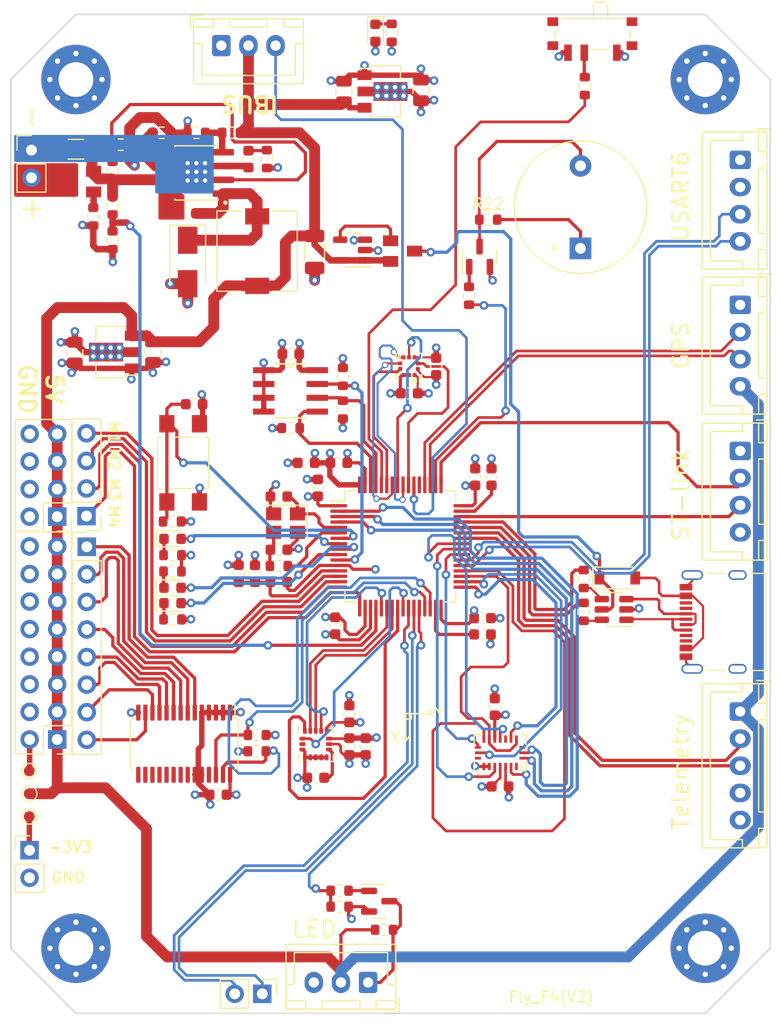
<source format=kicad_pcb>
(kicad_pcb (version 20221018) (generator pcbnew)
  (title_block (title "Thesis") (date "2023-03-15"))
  (layers (0 "F.Cu" signal) (1 "In1.Cu" power "3.3V") (2 "In2.Cu" power "GND") (31 "B.Cu" signal) (34 "B.Paste" user) (35 "F.Paste" user) (36 "B.SilkS" user "B.Silkscreen") (37 "F.SilkS" user "F.Silkscreen") (38 "B.Mask" user) (39 "F.Mask" user) (44 "Edge.Cuts" user))
  (net 0 "")
  (net 1 "+3V3")
  (net 2 "Net-(BZ1-Pad2)")
  (net 3 "GND")
  (net 4 "Net-(C3-Pad1)")
  (net 5 "Net-(C5-Pad1)")
  (net 6 "NRST")
  (net 7 "HSE_IN")
  (net 8 "/Power/VIN")
  (net 9 "/Power/BST")
  (net 10 "/Power/SW")
  (net 11 "/Power/COMP")
  (net 12 "Net-(C16-Pad2)")
  (net 13 "+5V")
  (net 14 "Net-(C18-Pad2)")
  (net 15 "VBUS")
  (net 16 "Net-(D1-Pad2)")
  (net 17 "Net-(C13-Pad1)")
  (net 18 "Net-(D4-Pad1)")
  (net 19 "LED_RED")
  (net 20 "Net-(D5-Pad1)")
  (net 21 "LED_GREEN")
  (net 22 "Net-(D6-Pad1)")
  (net 23 "LED_BLUE")
  (net 24 "Net-(D7-Pad1)")
  (net 26 "Net-(J1-PadA6)")
  (net 27 "Net-(J1-PadA7)")
  (net 31 "/Power/VBAT")
  (net 32 "M8N-TX")
  (net 33 "M8N-RX")
  (net 34 "SWDIO")
  (net 35 "SWCLK")
  (net 36 "IBUS_TX")
  (net 37 "TIM5_CH4")
  (net 38 "TIM5_CH3")
  (net 39 "TIM5_CH2")
  (net 40 "TIM5_CH1")
  (net 41 "PWM_0")
  (net 42 "PWM_1")
  (net 43 "PWM_2")
  (net 44 "PWM_3")
  (net 45 "PWM_4")
  (net 46 "PWM_5")
  (net 47 "PWM_6")
  (net 48 "PWM_7")
  (net 49 "Net-(J13-Pad1)")
  (net 50 "USART6_RX")
  (net 51 "USART6_TX")
  (net 52 "TIM3_CH4")
  (net 53 "TIM3_CH3")
  (net 54 "Net-(Q1-Pad1)")
  (net 55 "Net-(Q2-Pad1)")
  (net 56 "Net-(Q3-Pad1)")
  (net 57 "USART1_RX")
  (net 58 "USART1_TX")
  (net 59 "Net-(Q5-Pad1)")
  (net 60 "Net-(R1-Pad1)")
  (net 61 "USB_D-")
  (net 62 "Net-(R2-Pad1)")
  (net 63 "USB_D+")
  (net 64 "BOOTO")
  (net 65 "Net-(R4-Pad2)")
  (net 66 "HSE_OUT")
  (net 67 "I2C1_SCL")
  (net 68 "i2C1_SDA")
  (net 69 "/Power/EN")
  (net 70 "/Power/FREQ")
  (net 71 "/Power/FB")
  (net 72 "Buzzer")
  (net 73 "WS2812B")
  (net 74 "EEPROM_WP")
  (net 75 "MAGD_DRDY")
  (net 76 "MAG_!CS")
  (net 77 "ACC_INT")
  (net 78 "ACC_!CS")
  (net 79 "SPI1-SCK")
  (net 80 "SPI1-MISO")
  (net 81 "SPI1-MOSI")
  (net 82 "ICM-20602_CS")
  (net 83 "ICM-20602_INT")
  (net 84 "I2C2_SCL")
  (net 85 "I2C2_SDA")
  (net 86 "SPI2_SCK")
  (net 87 "SPI2_MISO")
  (net 88 "SPI2_MOSI")
  (net 89 "VOL_METER")
  (net 90 "SPI3-SCK")
  (net 91 "SPI3-MISO")
  (net 92 "SPI3-MOSI")
  (net 93 "LPS22HH_CS")
  (net 94 "LPS22HH_INT")
  (net 107 "MAG_INT")
  (net 108 "GYR_!CS")
  (net 109 "GYR_INT")
  (net 112 "+3.3VA")
  (footprint "Connector_JST:JST_XH_B4B-XH-A_1x04_P2.50mm_Vertical" (layer "F.Cu") (at 183.225 92.75 -90)
    (fp_text reference "J3" hide)
    (fp_text value "GPS M8N" hide)
  )
  (footprint "Capacitor_SMD:C_0603_1608Metric" (layer "F.Cu") (at 132.3 84.33)
    (fp_text reference "C15" hide)
    (fp_text value "100nF" hide)
  )
  (footprint "Capacitor_SMD:C_0603_1608Metric" (layer "F.Cu") (at 140.7 118.2625)
    (fp_text reference "C29" hide)
    (fp_text value "10nF" hide)
  )
  (footprint "Connector_PinHeader_2.54mm:PinHeader_1x08_P2.54mm_Vertical" (layer "F.Cu") (at 123 115.025)
    (fp_text reference "J9" hide)
    (fp_text value "Conn_01x08" hide)
  )
  (footprint "Connector_PinHeader_2.54mm:PinHeader_1x02_P2.54mm_Vertical" (layer "F.Cu") (at 117.725 142.975)
    (fp_text reference "J11" hide)
    (fp_text value "Conn_01x02" hide)
  )
  (footprint "MountingHole:MountingHole_3.2mm_M3_Pad_Via" (layer "F.Cu") (at 122 152)
    (fp_text reference "H1" hide)
    (fp_text value "MountingHole" hide)
  )
  (footprint "Capacitor_SMD:C_0603_1608Metric" (layer "F.Cu") (at 147.2 133.425 -90)
    (fp_text reference "C19" hide)
    (fp_text value "2.2uF" hide)
  )
  (footprint "Capacitor_SMD:C_0805_2012Metric" (layer "F.Cu") (at 121.9 97.15 -90)
    (fp_text reference "C21" hide)
    (fp_text value "10uF" hide)
  )
  (footprint "Resistor_SMD:R_0603_1608Metric" (layer "F.Cu") (at 146.6 99.375 90)
    (fp_text reference "R27" hide)
    (fp_text value "4.7k" hide)
  )
  (footprint "Capacitor_SMD:C_1206_3216Metric" (layer "F.Cu") (at 122 78.42 180)
    (fp_text reference "C14" hide)
    (fp_text value "10uF" hide)
  )
  (footprint "MountingHole:MountingHole_3.2mm_M3_Pad_Via" (layer "F.Cu") (at 180 152)
    (fp_text reference "H4" hide)
    (fp_text value "MountingHole" hide)
  )
  (footprint "Capacitor_SMD:C_0805_2012Metric" (layer "F.Cu") (at 146.7 73.1 90)
    (fp_text reference "C30" hide)
    (fp_text value "10uF" hide)
  )
  (footprint "Buzzer_Beeper:Buzzer_12x9.5RM7.6" (layer "F.Cu") (at 168.5 87.55 90)
    (fp_text reference "BZ1" hide)
    (fp_text value "Buzzer" hide)
  )
  (footprint "AO3401:SOT23" (layer "F.Cu") (at 122.525 81.4 90)
    (fp_text reference "Q1" hide)
    (fp_text value "AO3401A" hide)
  )
  (footprint "Connector_PinHeader_2.54mm:PinHeader_2x04_P2.54mm_Vertical" (layer "F.Cu") (at 120.275 112.255 180)
    (fp_text reference "J8" hide)
    (fp_text value "Conn_02x04_Odd_Even" hide)
  )
  (footprint "Package_TO_SOT_SMD:SOT-89-3" (layer "F.Cu") (at 125.5 97.1 180)
    (fp_text reference "U6" hide)
    (fp_text value "AMS1117-3.3" hide)
  )
  (footprint "MountingHole:MountingHole_3.2mm_M3_Pad_Via" (layer "F.Cu") (at 122 72)
    (fp_text reference "H3" hide)
    (fp_text value "MountingHole" hide)
  )
  (footprint "Capacitor_SMD:C_0603_1608Metric" (layer "F.Cu") (at 159.475 121.6)
    (fp_text reference "C6" hide)
    (fp_text value "100nF" hide)
  )
  (footprint "BMX055:BMX055" (layer "F.Cu") (at 161.1 134 -90)
    (fp_text reference "U10" hide)
    (fp_text value "BMX055" hide)
  )
  (footprint "Resistor_SMD:R_0603_1608Metric" (layer "F.Cu") (at 140.7 116.8 180)
    (fp_text reference "R6" hide)
    (fp_text value "47R" hide)
  )
  (footprint "Resistor_SMD:R_0603_1608Metric" (layer "F.Cu") (at 150.4 150.3)
    (fp_text reference "R26" hide)
    (fp_text value "10k" hide)
  )
  (footprint "Connector_JST:JST_XH_B4B-XH-A_1x04_P2.50mm_Vertical" (layer "F.Cu") (at 183.225 106.2 -90)
    (fp_text reference "J4" hide)
    (fp_text value "ST-link" hide)
  )
  (footprint "Capacitor_SMD:C_0603_1608Metric" (layer "F.Cu") (at 132.9 101.9)
    (fp_text reference "C10" hide)
    (fp_text value "100nF" hide)
  )
  (footprint "Resistor_SMD:R_0603_1608Metric" (layer "F.Cu") (at 130.86 112.7 180)
    (fp_text reference "R3" hide)
    (fp_text value "10k" hide)
  )
  (footprint "Capacitor_SMD:C_1206_3216Metric" (layer "F.Cu") (at 144 87.875 -90)
    (fp_text reference "C17" hide)
    (fp_text value "22uF" hide)
  )
  (footprint "Diode_SMD:D_SOD-123" (layer "F.Cu") (at 171.9 117.9)
    (fp_text reference "D1" hide)
    (fp_text value "D8519" hide)
  )
  (footprint "Resistor_SMD:R_0603_1608Metric" (layer "F.Cu") (at 146.3 148.17)
    (fp_text reference "R24" hide)
    (fp_text value "10k" hide)
  )
  (footprint "Resistor_SMD:R_0603_1608Metric" (layer "F.Cu") (at 130.9 117.3)
    (fp_text reference "R18" hide)
    (fp_text value "470R" hide)
  )
  (footprint "Package_QFP:LQFP-64_10x10mm_P0.5mm" (layer "F.Cu") (at 151.9 115)
    (fp_text reference "U1" hide)
    (fp_text value "STM32F405RGTx" hide)
  )
  (footprint "Diode_SMD:D_SMA" (layer "F.Cu") (at 132.3 88.8 -90)
    (fp_text reference "D2" hide)
    (fp_text value "SS34" hide)
  )
  (footprint "LPS22HH:LPS22HHTR" (layer "F.Cu") (at 152.7 98.4 180)
    (fp_text reference "U7" hide)
    (fp_text value "HLGA-10L_2X2X0P73_STM" hide)
  )
  (footprint "Resistor_SMD:R_0603_1608Metric" (layer "F.Cu") (at 151.1 67.7 -90)
    (fp_text reference "R5" hide)
    (fp_text value "470R" hide)
  )
  (footprint "Capacitor_SMD:C_0603_1608Metric" (layer "F.Cu") (at 137.9 79.325 90)
    (fp_text reference "C16" hide)
    (fp_text value "150pF" hide)
  )
  (footprint "Package_TO_SOT_SMD:SOT-23" (layer "F.Cu") (at 159.2 88.3125 90)
    (fp_text reference "Q2" hide)
    (fp_text value "Q_NPN_BEC" hide)
  )
  (footprint "Package_TO_SOT_SMD:SOT-23-5" (layer "F.Cu") (at 147.5 87.7 180)
    (fp_text reference "U8" hide)
    (fp_text value "LMV321" hide)
  )
  (footprint "Capacitor_SMD:C_0603_1608Metric" (layer "F.Cu") (at 146.225 107.3)
    (fp_text reference "C8" hide)
    (fp_text value "100nF" hide)
  )
  (footprint "Resistor_SMD:R_0603_1608Metric" (layer "F.Cu") (at 146.6 102.4 90)
    (fp_text reference "R20" hide)
    (fp_text value "4.7k" hide)
  )
  (footprint "Resistor_SMD:R_0603_1608Metric" (layer "F.Cu") (at 129.9 76.9)
    (fp_text reference "R11" hide)
    (fp_text value "100K" hide)
  )
  (footprint "TestPoint:TestPoint_Pad_D1.0mm" (layer "F.Cu") (at 117.7 137.775 90)
    (fp_text reference "TP5" hide)
    (fp_text value "TestPoint" hide)
  )
  (footprint "MountingHole:MountingHole_3.2mm_M3_Pad_Via" (layer "F.Cu") (at 180 72)
    (fp_text reference "H2" hide)
    (fp_text value "MountingHole" hide)
  )
  (footprint "Capacitor_SMD:C_0603_1608Metric" (layer "F.Cu") (at 152.725 100.9)
    (fp_text reference "C25" hide)
    (fp_text value "4.7uF" hide)
  )
  (footprint "Capacitor_SMD:C_0603_1608Metric" (layer "F.Cu") (at 144.1 136.3)
    (fp_text reference "C18" hide)
    (fp_text value "100nF" hide)
  )
  (footprint "Resistor_SMD:R_0603_1608Metric" (layer "F.Cu") (at 138.675 133.8625)
    (fp_text reference "R15" hide)
    (fp_text value "10k" hide)
  )
  (footprint "Capacitor_SMD:C_0603_1608Metric" (layer "F.Cu") (at 147.2 130.425 90)
    (fp_text reference "C23" hide)
    (fp_text value "100nF" hide)
  )
  (footprint "Capacitor_SMD:C_0603_1608Metric" (layer "F.Cu") (at 160.3 108.6 90)
    (fp_text reference "C5" hide)
    (fp_text value "2.2uF" hide)
  )
  (footprint "LED_SMD:LED_0603_1608Metric" (layer "F.Cu") (at 130.9 118.8)
    (fp_text reference "D5" hide)
    (fp_text value "LED_GREEN" hide)
  )
  (footprint "Capacitor_SMD:C_0805_2012Metric" (layer "F.Cu") (at 153.8 73 90)
    (fp_text reference "C31" hide)
    (fp_text value "10uF" hide)
  )
  (footprint "Resistor_SMD:R_0603_1608Metric" (layer "F.Cu") (at 168.8 121.02 -90)
    (fp_text reference "R1" hide)
    (fp_text value "22R" hide)
  )
  (footprint "Inductor_SMD:L_0603_1608Metric" (layer "F.Cu") (at 137 117.5125 -90)
    (fp_text reference "L2" hide)
    (fp_text value "39nH" hide)
  )
  (footprint "Capacitor_SMD:C_0603_1608Metric" (layer "F.Cu") (at 138.5 117.5125 90)
    (fp_text reference "C28" hide)
    (fp_text value "1uF" hide)
  )
  (footprint "TestPoint:TestPoint_Pad_D1.0mm" (layer "F.Cu") (at 117.7 139.875 90)
    (fp_text reference "TP1" hide)
    (fp_text value "TestPoint" hide)
  )
  (footprint "Capacitor_SMD:C_0603_1608Metric" (layer "F.Cu") (at 158.8 108.6 90)
    (fp_text reference "C7" hide)
    (fp_text value "100nF" hide)
  )
  (footprint "LED_SMD:LED_0603_1608Metric" (layer "F.Cu") (at 130.9 120.22)
    (fp_text reference "D6" hide)
    (fp_text value "LED_BLUE" hide)
  )
  (footprint "Connector_JST:JST_XH_B3B-XH-A_1x03_P2.50mm_Vertical" (layer "F.Cu") (at 135.4 68.875)
    (fp_text reference "J5" hide)
    (fp_text value "Conn_01x03" hide)
  )
  (footprint "Capacitor_SMD:C_0603_1608Metric" (layer "F.Cu") (at 144.3 109.6 90)
    (fp_text reference "C2" hide)
    (fp_text value "100nF" hide)
  )
  (footprint "Capacitor_SMD:C_0603_1608Metric" (layer "F.Cu") (at 159.475 123.1)
    (fp_text reference "C3" hide)
    (fp_text value "2.2uF" hide)
  )
  (footprint "Capacitor_SMD:C_0603_1608Metric" (layer "F.Cu") (at 140.7 110.4 180)
    (fp_text reference "C12" hide)
    (fp_text value "12pF" hide)
  )
  (footprint "Connector_PinHeader_2.54mm:PinHeader_2x08_P2.54mm_Vertical" (layer "F.Cu") (at 120.275 132.775 180)
    (fp_text reference "J10" hide)
    (fp_text value "Conn_02x08_Odd_Even" hide)
  )
  (footprint "Package_TO_SOT_SMD:SOT-23-6" (layer "F.Cu") (at 171.6 120.8 180)
    (fp_text reference "U3" hide)
    (fp_text value "USBLC6-2SC6" hide)
  )
  (footprint "Package_TO_SOT_SMD:SOT-23" (layer "F.Cu") (at 149.95 147.67)
    (fp_text reference "Q5" hide)
    (fp_text value "AO3401A" hide)
  )
  (footprint "TestPoint:TestPoint_Pad_D1.0mm" (layer "F.Cu") (at 117.7 135.675 90)
    (fp_text reference "TP3" hide)
    (fp_text value "TestPoint" hide)
  )
  (footprint "Capacitor_SMD:C_0603_1608Metric" (layer "F.Cu") (at 161.1 137.1)
    (fp_text reference "C9" hide)
    (fp_text value "100nF" hide)
  )
  (footprint "Connector_PinHeader_2.54mm:PinHeader_1x02_P2.54mm_Vertical" (layer "F.Cu") (at 139.175 156.2 -90)
    (fp_text reference "J15" hide)
    (fp_text value "Conn_01x02" hide)
  )
  (footprint "Connector_PinHeader_2.54mm:PinHeader_1x02_P2.54mm_Vertical" (layer "F.Cu") (at 117.9 78.5)
    (fp_text reference "J2" hide)
    (fp_text value "Conn_01x02" hide)
  )
  (footprint "AT24C08C-SSHM-B:SOIC127P600X175-8N" (layer "F.Cu") (at 141.775 100.675)
    (fp_text reference "U2" hide)
    (fp_text value "AT24C08C-SSHM-B" hide)
  )
  (footprint "Capacitor_SMD:C_0603_1608Metric" (layer "F.Cu") (at 145.9 122.3 90)
    (fp_text reference "C4" hide)
    (fp_text value "100nF" hide)
  )
  (footprint "Capacitor_SMD:C_0603_1608Metric" (layer "F.Cu") (at 160.6 129.775 90)
    (fp_text reference "C27" hide)
    (fp_text value "100nF" hide)
  )
  (footprint "Capacitor_SMD:C_0603_1608Metric" (layer "F.Cu") (at 155.2 98.425 90)
    (fp_text reference "C24" hide)
    (fp_text value "100nF" hide)
  )
  (footprint "Inductor_SMD:L_7.3x7.3_H4.5" (layer "F.Cu") (at 138.7 87.8 -90)
    (fp_text reference "L1" hide)
    (fp_text value "22uH" hide)
  )
  (footprint "Resistor_SMD:R_0603_1608Metric" (layer "F.Cu") (at 130.9 115.8)
    (fp_text reference "R17" hide)
    (fp_text value "470R" hide)
  )
  (footprint "Resistor_SMD:R_0603_1608Metric" (layer "F.Cu") (at 125.375 80.4 90)
    (fp_text reference "R9" hide)
    (fp_text value "100K" hide)
  )
  (footprint "AO3401:SOT23" (layer "F.Cu") (at 152.1 87.8 -90)
    (fp_text reference "Q3" hide)
    (fp_text value "AO3401A" hide)
  )
  (footprint "Resistor_SMD:R_0603_1608Metric" (layer "F.Cu") (at 126.125 78)
    (fp_text reference "R10" hide)
    (fp_text value "24K" hide)
  )
  (footprint "Resistor_SMD:R_0603_1608Metric" (layer "F.Cu") (at 133.1 76.9 180)
    (fp_text reference "R14" hide)
    (fp_text value "40.2k" hide)
  )
  (footprint "Resistor_SMD:R_0603_1608Metric" (layer "F.Cu") (at 138.675 132.3625 180)
    (fp_text reference "R7" hide)
    (fp_text value "10k" hide)
  )
  (footprint "Connector_JST:JST_XH_B5B-XH-A_1x05_P2.50mm_Vertical" (layer "F.Cu") (at 183.225 130.2 -90)
    (fp_text reference "J6" hide)
    (fp_text value "Conn_01x05" hide)
  )
  (footprint "Capacitor_SMD:C_0603_1608Metric" (layer "F.Cu") (at 143.225 107.3 180)
    (fp_text reference "C1" hide)
    (fp_text value "4.7uF" hide)
  )
  (footprint "Resistor_SMD:R_0603_1608Metric" (layer "F.Cu") (at 141.8 104.1)
    (fp_text reference "R21" hide)
    (fp_text value "4.7k" hide)
  )
  (footprint "LED_SMD:LED_0603_1608Metric" (layer "F.Cu") (at 149.6 67.7 -90)
    (fp_text reference "D7" hide)
    (fp_text value "LED_RED" hide)
  )
  (footprint "Capacitor_SMD:C_0603_1608Metric" (layer "F.Cu") (at 135.1 137.8625 180)
    (fp_text reference "C26" hide)
    (fp_text value "100nF" hide)
  )
  (footprint "Resistor_SMD:R_0603_1608Metric" (layer "F.Cu") (at 168.8 118 -90)
    (fp_text reference "R2" hide)
    (fp_text value "22R" hide)
  )
  (footprint "MP1584EN:SOIC127P600X170-9N" (layer "F.Cu") (at 133.1 80.6 180)
    (fp_text reference "U4" hide)
    (fp_text value "MP1584EN" hide)
  )
  (footprint "Button_Switch_SMD:SW_SPST_TL3305B" (layer "F.Cu") (at 131.88 107.3 -90)
    (fp_text reference "SW1" hide)
    (fp_text value "SW_Push" hide)
  )
  (footprint "Resistor_SMD:R_0603_1608Metric" (layer "F.Cu") (at 130.9 121.72)
    (fp_text reference "R19" hide)
    (fp_text value "470R" hide)
  )
  (footprint "Connector_USB:USB_C_Receptacle_Palconn_UTC16-G" (layer "F.Cu") (at 180.735 121.95 90)
    (fp_text reference "J1" hide)
    (fp_text value "USB_C_Receptacle_USB2.0" hide)
  )
  (footprint "Crystal:Crystal_SMD_3225-4Pin_3.2x2.5mm" (layer "F.Cu") (at 141.32 112.85 180)
    (fp_text reference "Y1" hide)
    (fp_text value "8Mhz" hide)
  )
  (footprint "Resistor_SMD:R_0603_1608Metric" (layer "F.Cu") (at 123.6 84.625 -90)
    (fp_text reference "R8" hide)
    (fp_text value "10k" hide)
  )
  (footprint "Button_Switch_SMD:SW_SPDT_PCM12" (layer "F.Cu") (at 169.6 68.1 180)
    (fp_text reference "SW2" hide)
    (fp_text value "SW_Push_SPDT" hide)
  )
  (footprint "Resistor_SMD:R_0603_1608Metric" (layer "F.Cu") (at 146.3 146.7)
    (fp_text reference "R25" hide)
    (fp_text value "470R" hide)
  )
  (footprint "Capacitor_SMD:C_0805_2012Metric" (layer "F.Cu") (at 129.1 97.1 -90)
    (fp_text reference "C20" hide)
    (fp_text value "10uF" hide)
  )
  (footprint "Resistor_SMD:R_0603_1608Metric" (layer "F.Cu") (at 168.9 72.6 90)
    (fp_text reference "R4" hide)
    (fp_text value "10k" hide)
  )
  (footprint "Resistor_SMD:R_0603_1608Metric" (layer "F.Cu") (at 125.375 83.6 -90)
    (fp_text reference "R28" hide)
    (fp_text value "698k" hide)
  )
  (footprint "Resistor_SMD:R_0603_1608Metric" (layer "F.Cu") (at 139.6 79.325 90)
    (fp_text reference "R12" hide)
    (fp_text value "100k" hide)
  )
  (footprint "LED_SMD:LED_0603_1608Metric" (layer "F.Cu") (at 130.9 114.3)
    (fp_text reference "D4" hide)
    (fp_text value "LED_RED" hide)
  )
  (footprint "Resistor_SMD:R_0603_1608Metric" (layer "F.Cu") (at 158.23 91.9125 90)
    (fp_text reference "R16" hide)
    (fp_text value "1k" hide)
  )
  (footprint "Package_LGA:LGA-16_3x3mm_P0.5mm_LayoutBorder3x5y" (layer "F.Cu") (at 144.1 133.2 -90)
    (fp_text reference "U5" hide)
    (fp_text value "ICM-20602" hide)
  )
  (footprint "Capacitor_SMD:C_0603_1608Metric" (layer "F.Cu") (at 148.7 133.425 -90)
    (fp_text reference "C22" hide)
    (fp_text value "100nF" hide)
  )
  (footprint "Connector_JST:JST_XH_B3B-XH-A_1x03_P2.50mm_Vertical" (layer "F.Cu") (at 148.925 155.15 180)
    (fp_text reference "J13" hide)
    (fp_text value "LED" hide)
  )
  (footprint "Package_TO_SOT_SMD:SOT-89-3" (layer "F.Cu") (at 150.25 73.1)
    (fp_text reference "U11" hide)
    (fp_text value "AMS1117-3.3" hide)
  )
  (footprint "Resistor_SMD:R_0603_1608Metric" (layer "F.Cu") (at 125.375 86.8 -90)
    (fp_text reference "R29" hide)
    (fp_text value "200k" hide)
  )
  (footprint "Resistor_SMD:R_0603_1608Metric" (layer "F.Cu") (at 160 84.9)
    (fp_text reference "R22")
    (fp_text value "1k")
  )
  (footprint "Connector_JST:JST_XH_B4B-XH-A_1x04_P2.50mm_Vertical" (layer "F.Cu") (at 183.225 79.4 -90)
    (fp_text reference "J14" hide)
    (fp_text value "USART6" hide)
  )
  (footprint "Resistor_SMD:R_0603_1608Metric" (layer "F.Cu") (at 136.3 76.9 180)
    (fp_text reference "R13" hide)
    (fp_text value "210k" hide)
  )
  (footprint "Capacitor_SMD:C_0603_1608Metric" (layer "F.Cu") (at 140.7 115.3)
    (fp_text reference "C13" hide)
    (fp_text value "12pF" hide)
  )
  (footprint "Capacitor_SMD:C_0603_1608Metric" (layer "F.Cu") (at 141.8 97.275)
    (fp_text reference "C11" hide)
    (fp_text value "100nF" hide)
  )
  (footprint "Connector_PinHeader_2.54mm:PinHeader_1x04_P2.54mm_Vertical" (layer "F.Cu") (at 122.975 112.2 180)
    (fp_text reference "J7" hide)
    (fp_text value "Conn_01x04" hide)
  )
  (footprint "Package_SO:TSSOP-28_4.4x9.7mm_P0.65mm" (layer "F.Cu") (at 131.975 133.1625 -90)
    (fp_text reference "U9" hide)
    (fp_text value "PCA9685PW" hide)
  )
  (gr_line (start 154.9 130.4) (end 154.5 130.1) (stroke (width 0.15)) (layer "F.SilkS"))
  (gr_line (start 154.9 130.4) (end 154.5 130.7) (stroke (width 0.15)) (layer "F.SilkS"))
  (gr_line (start 152.9 130.9) (end 152.4 130.9) (stroke (width 0.15)) (layer "F.SilkS"))
  (gr_line (start 152.4 132.9) (end 152.1 132.5) (stroke (width 0.15)) (layer "F.SilkS"))
  (gr_line (start 152.4 132.9) (end 152.7 132.5) (stroke (width 0.15)) (layer "F.SilkS"))
  (gr_line (start 152.4 130.4) (end 154.9 130.4) (stroke (width 0.15)) (layer "F.SilkS"))
  (gr_line (start 152.4 130.4) (end 152.4 132.9) (stroke (width 0.15)) (layer "F.SilkS"))
  (gr_line (start 152.9 130.4) (end 152.9 130.9) (stroke (width 0.15)) (layer "F.SilkS"))
  (gr_line (start 122 158) (end 180 158) (stroke (width 0.15)) (layer "Edge.Cuts"))
  (gr_line (start 186 72) (end 186 152) (stroke (width 0.15)) (layer "Edge.Cuts"))
  (gr_line (start 186 72) (end 180 66) (stroke (width 0.15)) (layer "Edge.Cuts"))
  (gr_line (start 122 66) (end 180 66) (stroke (width 0.15)) (layer "Edge.Cuts"))
  (gr_line (start 122 158) (end 116 152) (stroke (width 0.15)) (layer "Edge.Cuts"))
  (gr_line (start 180 158) (end 186 152) (stroke (width 0.15)) (layer "Edge.Cuts"))
  (gr_line (start 116 72) (end 116 152) (stroke (width 0.15)) (layer "Edge.Cuts"))
  (gr_line (start 122 66) (end 116 72) (stroke (width 0.15)) (layer "Edge.Cuts"))
  (gr_text "GND" (at 121.3 145.5) (layer "F.SilkS") (effects (font (size 1 1) (thickness 0.2))))
  (gr_text "5V" (at 120 100.5 270) (layer "F.SilkS") (effects (font (size 1.5 1.5) (thickness 0.3))))
  (gr_text "M2" (at 125.5 107 270) (layer "F.SilkS") (effects (font (size 1 1) (thickness 0.2))))
  (gr_text "IBUS" (at 138 74.25 180) (layer "F.SilkS") (effects (font (size 1.5 1.5) (thickness 0.3))))
  (gr_text "M1" (at 125.5 104.5 270) (layer "F.SilkS") (effects (font (size 1 1) (thickness 0.2))))
  (gr_text "GPS" (at 177.75 96.5 90) (layer "F.SilkS") (effects (font (size 1.5 1.5) (thickness 0.2))))
  (gr_text "GND" (at 117.5 100.5 270) (layer "F.SilkS") (effects (font (size 1.5 1.5) (thickness 0.3))))
  (gr_text "+" (at 118 83.75) (layer "F.SilkS") (effects (font (size 2 2) (thickness 0.2))))
  (gr_text "USART6" (at 177.75 82.75 90) (layer "F.SilkS") (effects (font (size 1.5 1.5) (thickness 0.2))))
  (gr_text "+3V3" (at 121.5 142.7) (layer "F.SilkS") (effects (font (size 1 1) (thickness 0.2))))
  (gr_text "Telemetry" (at 177.75 135.75 90) (layer "F.SilkS") (effects (font (size 1.5 1.5) (thickness 0.2))))
  (gr_text "-" (at 117.75 75.5 90) (layer "F.SilkS") (effects (font (size 2 2) (thickness 0.2))))
  (gr_text "M3" (at 125.5 109.75 270) (layer "F.SilkS") (effects (font (size 1 1) (thickness 0.2))))
  (gr_text "X" (at 151.4 132.6) (layer "F.SilkS") (effects (font (size 1 1))))
  (gr_text "M4" (at 125.5 112.25 270) (layer "F.SilkS") (effects (font (size 1 1) (thickness 0.2))))
  (gr_text "Fly_F4(V2)" (at 165.8 156.5) (layer "F.SilkS") (effects (font (size 1 1))))
  (gr_text "ST-link" (at 177.75 110.25 90) (layer "F.SilkS") (effects (font (size 1.5 1.5) (thickness 0.2))))
  (gr_text "LED" (at 144 150.25) (layer "F.SilkS") (effects (font (size 1.5 1.5) (thickness 0.2))))
  (gr_text "Y" (at 155.5 130.4) (layer "F.SilkS") (effects (font (size 1 1))))
  (segment (start 153.8 73.95) (end 153.8 75) (width 0.5) (layer "F.Cu") (net 1))
  (segment (start 145.45 107.3) (end 145.4 107.35) (width 0.5) (layer "F.Cu") (net 1))
  (segment (start 154.1 99.4) (end 155 99.4) (width 0.2) (layer "F.Cu") (net 1))
  (segment (start 160.825 84.9) (end 167.4 84.9) (width 0.3) (layer "F.Cu") (net 1))
  (segment (start 148.093092 123.60048) (end 146.3 123.60048) (width 0.3) (layer "F.Cu") (net 1))
  (segment (start 153.199999 99.215) (end 153.315 99.215) (width 0.2) (layer "F.Cu") (net 1))
  (segment (start 145.6 131.2) (end 147.2 131.2) (width 0.25) (layer "F.Cu") (net 1))
  (segment (start 136.2 136.025) (end 136.2 137.5375) (width 0.3) (layer "F.Cu") (net 1))
  (segment (start 143.425 110.375) (end 143.4 110.4) (width 0.5) (layer "F.Cu") (net 1))
  (segment (start 156.04952 122.1) (end 158.2 122.1) (width 0.3) (layer "F.Cu") (net 1))
  (segment (start 157.925 109.375) (end 157.9 109.4) (width 0.5) (layer "F.Cu") (net 1))
  (segment (start 145.325 132.7) (end 147.15 132.7) (width 0.25) (layer "F.Cu") (net 1))
  (segment (start 146.225 109.325) (end 148.05048 109.325) (width 0.5) (layer "F.Cu") (net 1))
  (segment (start 121.9 96.2) (end 121.9 95.2) (width 0.6) (layer "F.Cu") (net 1))
  (segment (start 149.65 132.65) (end 149.7 132.6) (width 0.5) (layer "F.Cu") (net 1))
  (segment (start 146.6 103.225) (end 146.6 104.1) (width 0.5) (layer "F.Cu") (net 1))
  (segment (start 153.8 73.95) (end 152.95 73.1) (width 0.5) (layer "F.Cu") (net 1))
  (segment (start 136.025 116.725) (end 136 116.7) (width 0.5) (layer "F.Cu") (net 1))
  (segment (start 121.9 96.2) (end 122.8 97.1) (width 0.6) (layer "F.Cu") (net 1))
  (segment (start 147.15 132.7) (end 147.2 132.65) (width 0.25) (layer "F.Cu") (net 1))
  (segment (start 157.575 111.25) (end 158.55 111.25) (width 0.3) (layer "F.Cu") (net 1))
  (segment (start 147.6745 86.75) (end 147.6245 86.8) (width 0.3) (layer "F.Cu") (net 1))
  (segment (start 161.6 136.825) (end 161.875 137.1) (width 0.25) (layer "F.Cu") (net 1))
  (segment (start 144.3 111.1) (end 144.3 110.375) (width 0.3) (layer "F.Cu") (net 1))
  (segment (start 153.315 99.215) (end 153.5 99.4) (width 0.2) (layer "F.Cu") (net 1))
  (segment (start 139.5 132.3625) (end 140.375 132.3625) (width 0.5) (layer "F.Cu") (net 1))
  (segment (start 167.4 84.9) (end 168.5 86) (width 0.3) (layer "F.Cu") (net 1))
  (segment (start 145.4 108.5) (end 146.225 109.325) (width 0.5) (layer "F.Cu") (net 1))
  (segment (start 172.23 69.53) (end 172.6 69.9) (width 0.5) (layer "F.Cu") (net 1))
  (segment (start 144 106.425) (end 144.025 106.4) (width 0.5) (layer "F.Cu") (net 1))
  (segment (start 148.7 132.65) (end 149.65 132.65) (width 0.5) (layer "F.Cu") (net 1))
  (segment (start 158.55 111.25) (end 158.8 111) (width 0.3) (layer "F.Cu") (net 1))
  (segment (start 168.5 86) (end 168.5 87.55) (width 0.3) (layer "F.Cu") (net 1))
  (segment (start 144.45 111.25) (end 144.3 111.1) (width 0.3) (layer "F.Cu") (net 1))
  (segment (start 158.8 111) (end 158.8 109.375) (width 0.3) (layer "F.Cu") (net 1))
  (segment (start 155.65 120.75) (end 155.64952 120.75048) (width 0.3) (layer "F.Cu") (net 1))
  (segment (start 160.6 130.55) (end 161.55 130.55) (width 0.5) (layer "F.Cu") (net 1))
  (segment (start 153.5 100.9) (end 154.5 100.9) (width 0.5) (layer "F.Cu") (net 1))
  (segment (start 154.95 73.95) (end 155 73.9) (width 0.5) (layer "F.Cu") (net 1))
  (segment (start 155.64952 120.75048) (end 155.64952 121.7) (width 0.3) (layer "F.Cu") (net 1))
  (segment (start 171.85 69.53) (end 172.23 69.53) (width 0.5) (layer "F.Cu") (net 1))
  (segment (start 146.225 111.25) (end 144.45 111.25) (width 0.3) (layer "F.Cu") (net 1))
  (segment (start 149.15 120.675) (end 149.15 122.543572) (width 0.3) (layer "F.Cu") (net 1))
  (segment (start 140.975 104.1) (end 140.1 104.1) (width 0.5) (layer "F.Cu") (net 1))
  (segment (start 142.575 97.275) (end 142.575 98.55) (width 0.5) (layer "F.Cu") (net 1))
  (segment (start 146.6 98.55) (end 146.6 97.675) (width 0.5) (layer "F.Cu") (net 1))
  (segment (start 149.15 122.543572) (end 148.093092 123.60048) (width 0.3) (layer "F.Cu") (net 1))
  (segment (start 149.6 68.4875) (end 149.6 69.4) (width 0.5) (layer "F.Cu") (net 1))
  (segment (start 145.1 131.7) (end 145.6 131.2) (width 0.25) (layer "F.Cu") (net 1))
  (segment (start 146.3 123.60048) (end 145.9 123.20048) (width 0.3) (layer "F.Cu") (net 1))
  (segment (start 144.3 110.375) (end 143.425 110.375) (width 0.5) (layer "F.Cu") (net 1))
  (segment (start 142.575 98.55) (end 142.795 98.77) (width 0.5) (layer "F.Cu") (net 1))
  (segment (start 131.685 112.7) (end 132.6 112.7) (width 0.5) (layer "F.Cu") (net 1))
  (segment (start 153.5 99.4) (end 153.5 100.9) (width 0.2) (layer "F.Cu") (net 1))
  (segment (start 158.7 121.6) (end 158.7 120.9) (width 0.5) (layer "F.Cu") (net 1))
  (segment (start 137 116.725) (end 136.025 116.725) (width 0.5) (layer "F.Cu") (net 1))
  (segment (start 145.4 107.35) (end 145.4 108.5) (width 0.5) (layer "F.Cu") (net 1))
  (segment (start 160.6 132.7375) (end 160.6 130.55) (width 0.3) (layer "F.Cu") (net 1))
  (segment (start 150.3 73.1) (end 149.5 73.1) (width 0.5) (layer "F.Cu") (net 1))
  (segment (start 145.45 107.3) (end 145.45 106.425) (width 0.5) (layer "F.Cu") (net 1))
  (segment (start 144 107.3) (end 145.45 107.3) (width 0.5) (layer "F.Cu") (net 1))
  (segment (start 145.1 131.975) (end 145.1 131.7) (width 0.25) (layer "F.Cu") (net 1))
  (segment (start 117.7 142.95) (end 117.725 142.975) (width 0.5) (layer "F.Cu") (net 1))
  (segment (start 137.85 133.8625) (end 136.975 133.8625) (width 0.5) (layer "F.Cu") (net 1))
  (segment (start 145.9 123.20048) (end 145.9 123.075) (width 0.3) (layer "F.Cu") (net 1))
  (segment (start 158.8 109.375) (end 157.925 109.375) (width 0.5) (layer "F.Cu") (net 1))
  (segment (start 151.1 73.1) (end 150.3 73.1) (width 0.5) (layer "F.Cu") (net 1))
  (segment (start 144 107.3) (end 144 106.425) (width 0.5) (layer "F.Cu") (net 1))
  (segment (start 155.65 120.675) (end 155.65 120.75) (width 0.3) (layer "F.Cu") (net 1))
  (segment (start 155.2 99.2) (end 155.2 100.1) (width 0.5) (layer "F.Cu") (net 1))
  (segment (start 153.515 98.815) (end 154.1 99.4) (width 0.2) (layer "F.Cu") (net 1))
  (segment (start 161.875 138.075) (end 161.9 138.1) (width 0.5) (layer "F.Cu") (net 1))
  (segment (start 142.795 98.77) (end 144.2388 98.77) (width 0.5) (layer "F.Cu") (net 1))
  (segment (start 155 99.4) (end 155.2 99.2) (width 0.2) (layer "F.Cu") (net 1))
  (segment (start 135.875 137.8625) (end 136.775 137.8625) (width 0.5) (layer "F.Cu") (net 1))
  (segment (start 145.45 106.425) (end 145.425 106.4) (width 0.5) (layer "F.Cu") (net 1))
  (segment (start 121.9 96.2) (end 120.6 96.2) (width 0.6) (layer "F.Cu") (net 1))
  (segment (start 142.575 96.3) (end 142.6 96.275) (width 0.5) (layer "F.Cu") (net 1))
  (segment (start 161.6 135.2625) (end 161.6 136.825) (width 0.25) (layer "F.Cu") (net 1))
  (segment (start 145.025 123.075) (end 145 123.1) (width 0.5) (layer "F.Cu") (net 1))
  (segment (start 153.8 73.95) (end 154.95 73.95) (width 0.5) (layer "F.Cu") (net 1))
  (segment (start 122.8 97.1) (end 127.0625 97.1) (width 0.6) (layer "F.Cu") (net 1))
  (segment (start 151.9 73.1) (end 151.1 73.1) (width 0.5) (layer "F.Cu") (net 1))
  (segment (start 161.55 130.55) (end 161.6 130.5) (width 0.5) (layer "F.Cu") (net 1))
  (segment (start 149.5 73.1) (end 148.6875 73.1) (width 0.5) (layer "F.Cu") (net 1))
  (segment (start 117.7 139.875) (end 117.7 142.95) (width 0.5) (layer "F.Cu") (net 1))
  (segment (start 152.95 73.1) (end 151.9 73.1) (width 0.5) (layer "F.Cu") (net 1))
  (segment (start 147.2 132.65) (end 148.7 132.65) (width 0.5) (layer "F.Cu") (net 1))
  (segment (start 137 116.725) (end 137 115.8) (width 0.5) (layer "F.Cu") (net 1))
  (segment (start 145.9 123.075) (end 145.025 123.075) (width 0.5) (layer "F.Cu") (net 1))
  (segment (start 148.6375 86.75) (end 147.6745 86.75) (width 0.3) (layer "F.Cu") (net 1))
  (segment (start 136.2 137.5375) (end 135.875 137.8625) (width 0.3) (layer "F.Cu") (net 1))
  (segment (start 147.2 131.2) (end 148.2 131.2) (width 0.5) (layer "F.Cu") (net 1))
  (segment (start 142.575 97.275) (end 142.575 96.3) (width 0.5) (layer "F.Cu") (net 1))
  (segment (start 158.2 122.1) (end 158.7 121.6) (width 0.3) (layer "F.Cu") (net 1))
  (segment (start 153.515 98.65) (end 153.515 98.815) (width 0.2) (layer "F.Cu") (net 1))
  (segment (start 161.875 137.1) (end 161.875 138.075) (width 0.5) (layer "F.Cu") (net 1))
  (segment (start 155.64952 121.7) (end 156.04952 122.1) (width 0.3) (layer "F.Cu") (net 1))
  (via (at 155.2 100.1) (size 0.8) (drill 0.4) (layers "F.Cu" "B.Cu") (net 1))
  (via (at 142.6 96.275) (size 0.8) (drill 0.4) (layers "F.Cu" "B.Cu") (net 1))
  (via (at 124.4 97.5) (size 0.8) (drill 0.4) (layers "F.Cu" "B.Cu") (net 1))
  (via (at 126 96.7) (size 0.8) (drill 0.4) (layers "F.Cu" "B.Cu") (net 1))
  (via (at 148.2 131.2) (size 0.8) (drill 0.4) (layers "F.Cu" "B.Cu") (net 1))
  (via (at 157.9 109.4) (size 0.8) (drill 0.4) (layers "F.Cu" "B.Cu") (net 1))
  (via (at 151.4 72.7) (size 0.8) (drill 0.4) (layers "F.Cu" "B.Cu") (net 1))
  (via (at 155 73.9) (size 0.8) (drill 0.4) (layers "F.Cu" "B.Cu") (net 1))
  (via (at 123.6 96.7) (size 0.8) (drill 0.4) (layers "F.Cu" "B.Cu") (net 1))
  (via (at 158.7 120.9) (size 0.8) (drill 0.4) (layers "F.Cu" "B.Cu") (net 1))
  (via (at 132.6 112.7) (size 0.8) (drill 0.4) (layers "F.Cu" "B.Cu") (net 1))
  (via (at 123.6 97.5) (size 0.8) (drill 0.4) (layers "F.Cu" "B.Cu") (net 1))
  (via (at 149.7 132.6) (size 0.8) (drill 0.4) (layers "F.Cu" "B.Cu") (net 1))
  (via (at 149.8 73.5) (size 0.8) (drill 0.4) (layers "F.Cu" "B.Cu") (net 1))
  (via (at 125.2 97.5) (size 0.8) (drill 0.4) (layers "F.Cu" "B.Cu") (net 1))
  (via (at 150.6 73.5) (size 0.8) (drill 0.4) (layers "F.Cu" "B.Cu") (net 1))
  (via (at 149.6 69.4) (size 0.8) (drill 0.4) (layers "F.Cu" "B.Cu") (net 1))
  (via (at 152.2 73.5) (size 0.8) (drill 0.4) (layers "F.Cu" "B.Cu") (net 1))
  (via (at 124.4 96.7) (size 0.8) (drill 0.4) (layers "F.Cu" "B.Cu") (net 1))
  (via (at 145 123.1) (size 0.8) (drill 0.4) (layers "F.Cu" "B.Cu") (net 1))
  (via (at 140.1 104.1) (size 0.8) (drill 0.4) (layers "F.Cu" "B.Cu") (net 1))
  (via (at 120.6 96.2) (size 0.8) (drill 0.4) (layers "F.Cu" "B.Cu") (net 1))
  (via (at 136 116.7) (size 0.8) (drill 0.4) (layers "F.Cu" "B.Cu") (net 1))
  (via (at 147.6245 86.8) (size 0.8) (drill 0.4) (layers "F.Cu" "B.Cu") (net 1))
  (via (at 161.9 138.1) (size 0.8) (drill 0.4) (layers "F.Cu" "B.Cu") (net 1))
  (via (at 146.6 97.675) (size 0.8) (drill 0.4) (layers "F.Cu" "B.Cu") (net 1))
  (via (at 150.6 72.7) (size 0.8) (drill 0.4) (layers "F.Cu" "B.Cu") (net 1))
  (via (at 172.6 69.9) (size 0.8) (drill 0.4) (layers "F.Cu" "B.Cu") (net 1))
  (via (at 137 115.8) (size 0.8) (drill 0.4) (layers "F.Cu" "B.Cu") (net 1))
  (via (at 121.9 95.2) (size 0.8) (drill 0.4) (layers "F.Cu" "B.Cu") (net 1))
  (via (at 136.975 133.8625) (size 0.8) (drill 0.4) (layers "F.Cu" "B.Cu") (net 1))
  (via (at 146.6 104.1) (size 0.8) (drill 0.4) (layers "F.Cu" "B.Cu") (net 1))
  (via (at 140.375 132.3625) (size 0.8) (drill 0.4) (layers "F.Cu" "B.Cu") (net 1))
  (via (at 154.5 100.9) (size 0.8) (drill 0.4) (layers "F.Cu" "B.Cu") (net 1))
  (via (at 149.8 72.7) (size 0.8) (drill 0.4) (layers "F.Cu" "B.Cu") (net 1))
  (via (at 151.4 73.5) (size 0.8) (drill 0.4) (layers "F.Cu" "B.Cu") (net 1))
  (via (at 126 97.5) (size 0.8) (drill 0.4) (layers "F.Cu" "B.Cu") (net 1))
  (via (at 136.775 137.8625) (size 0.8) (drill 0.4) (layers "F.Cu" "B.Cu") (net 1))
  (via (at 153.8 75) (size 0.8) (drill 0.4) (layers "F.Cu" "B.Cu") (net 1))
  (via (at 144.025 106.4) (size 0.8) (drill 0.4) (layers "F.Cu" "B.Cu") (net 1))
  (via (at 152.2 72.7) (size 0.8) (drill 0.4) (layers "F.Cu" "B.Cu") (net 1))
  (via (at 125.2 96.7) (size 0.8) (drill 0.4) (layers "F.Cu" "B.Cu") (net 1))
  (via (at 145.425 106.4) (size 0.8) (drill 0.4) (layers "F.Cu" "B.Cu") (net 1))
  (via (at 161.6 130.5) (size 0.8) (drill 0.4) (layers "F.Cu" "B.Cu") (net 1))
  (via (at 143.4 110.4) (size 0.8) (drill 0.4) (layers "F.Cu" "B.Cu") (net 1))
  (segment (start 159.175 84.9) (end 159.175 79.325) (width 0.25) (layer "F.Cu") (net 2))
  (segment (start 168.5 78.5) (end 168.5 79.95) (width 0.3) (layer "F.Cu") (net 2))
  (segment (start 160.8 77.7) (end 167.7 77.7) (width 0.3) (layer "F.Cu") (net 2))
  (segment (start 159.2 84.925) (end 159.175 84.9) (width 0.25) (layer "F.Cu") (net 2))
  (segment (start 159.175 79.325) (end 159.2 79.3) (width 0.25) (layer "F.Cu") (net 2))
  (segment (start 159.2 87.375) (end 159.2 84.925) (width 0.25) (layer "F.Cu") (net 2))
  (segment (start 159.2 79.3) (end 160.8 77.7) (width 0.3) (layer "F.Cu") (net 2))
  (segment (start 167.7 77.7) (end 168.5 78.5) (width 0.3) (layer "F.Cu") (net 2))
  (segment (start 141.475 115.3) (end 142.42 115.3) (width 0.3) (layer "F.Cu") (net 3))
  (segment (start 155.2 97.65) (end 155.2 96.7) (width 0.5) (layer "F.Cu") (net 3))
  (segment (start 148.65 109.325) (end 148.65 107.85) (width 0.3) (layer "F.Cu") (net 3))
  (segment (start 146.225 116.75) (end 144.437146 116.75) (width 0.3) (layer "F.Cu") (net 3))
  (segment (start 121.9 98.1) (end 121.9 98.7) (width 0.5) (layer "F.Cu") (net 3))
  (segment (start 153.8 72.05) (end 154.95 72.05) (width 0.5) (layer "F.Cu") (net 3))
  (segment (start 132.3 90.8) (end 130.7 90.8) (width 1) (layer "F.Cu") (net 3))
  (segment (start 154.95 72.05) (end 155 72.1) (width 0.5) (layer "F.Cu") (net 3))
  (segment (start 147.125 149.025) (end 147.4 149.3) (width 0.3) (layer "F.Cu") (net 3))
  (segment (start 131.290192 78.695) (end 133.1 80.504808) (width 0.6) (layer "F.Cu") (net 3))
  (segment (start 178.805 118.17) (end 178.225 118.75) (width 0.2) (layer "F.Cu") (net 3))
  (segment (start 123.6 85.45) (end 123.6 87.3) (width 0.6) (layer "F.Cu") (net 3))
  (segment (start 126.95 79.45) (end 127.4 79.9) (width 1) (layer "F.Cu") (net 3))
  (segment (start 133.675 101.9) (end 133.675 103.405) (width 0.5) (layer "F.Cu") (net 3))
  (segment (start 143.325 136.3) (end 142.4245 136.3) (width 0.3) (layer "F.Cu") (net 3))
  (segment (start 178.225 125.15) (end 178.225 125.69) (width 0.2) (layer "F.Cu") (net 3))
  (segment (start 133.6 136.025) (end 133.3125 136.025) (width 0.5) (layer "F.Cu") (net 3))
  (segment (start 159.6 135.2625) (end 158.838 135.2625) (width 0.3) (layer "F.Cu") (net 3))
  (segment (start 133.275 133.6625) (end 133.275 135.9875) (width 0.5) (layer "F.Cu") (net 3))
  (segment (start 146.8 122) (end 146.325 121.525) (width 0.3) (layer "F.Cu") (net 3))
  (segment (start 143.325 108.825) (end 143.3 108.8) (width 0.5) (layer "F.Cu") (net 3))
  (segment (start 160.15 90.25) (end 160.4 90.5) (width 0.25) (layer "F.Cu") (net 3))
  (segment (start 133.675 103.405) (end 133.38 103.7) (width 0.5) (layer "F.Cu") (net 3))
  (segment (start 155.135 97.585) (end 155.2 97.65) (width 0.2) (layer "F.Cu") (net 3))
  (segment (start 141.025 98.55) (end 140.8 98.775) (width 0.5) (layer "F.Cu") (net 3))
  (segment (start 160.1 135.2625) (end 159.6 135.2625) (width 0.3) (layer "F.Cu") (net 3))
  (segment (start 125.375 88.775) (end 125.4 88.8) (width 0.6) (layer "F.Cu") (net 3))
  (segment (start 138.5 116.7375) (end 138.5 115.8) (width 0.5) (layer "F.Cu") (net 3))
  (segment (start 143.6 134.425) (end 144.1 134.425) (width 0.3) (layer "F.Cu") (net 3))
  (segment (start 146.7 72.15) (end 146.7 72.1) (width 0.5) (layer "F.Cu") (net 3))
  (segment (start 173.8 120.8) (end 173.9 120.7) (width 0.3) (layer "F.Cu") (net 3))
  (segment (start 147.886184 123.10096) (end 147.20096 123.10096) (width 0.3) (layer "F.Cu") (net 3))
  (segment (start 147 107.3) (end 147 106.425) (width 0.5) (layer "F.Cu") (net 3))
  (segment (start 127.9 75.5) (end 129.422113 75.5) (width 1) (layer "F.Cu") (net 3))
  (segment (start 144 89.35) (end 144 90.5) (width 1) (layer "F.Cu") (net 3))
  (segment (start 142.42 115.3) (end 142.52 115.2) (width 0.3) (layer "F.Cu") (net 3))
  (segment (start 126.95 78) (end 126.95 79.45) (width 1) (layer "F.Cu") (net 3))
  (segment (start 142.136673 119.050471) (end 141.7 119.050471) (width 0.3) (layer "F.Cu") (net 3))
  (segment (start 140.55 80.15) (end 140.6 80.1) (width 0.5) (layer "F.Cu") (net 3))
  (segment (start 158.8 107.825) (end 158.8 106.9) (width 0.5) (layer "F.Cu") (net 3))
  (segment (start 148.65 122.337144) (end 147.886184 123.10096) (width 0.3) (layer "F.Cu") (net 3))
  (segment (start 133.1 80.504808) (end 133.1 80.6) (width 0.6) (layer "F.Cu") (net 3))
  (segment (start 178.805 117.63) (end 178.805 118.17) (width 0.2) (layer "F.Cu") (net 3))
  (segment (start 147.125 148.17) (end 147.125 149.025) (width 0.3) (layer "F.Cu") (net 3))
  (segment (start 139.925 110.4) (end 139.925 109.795) (width 0.3) (layer "F.Cu") (net 3))
  (segment (start 123.6 85.45) (end 122.65 85.45) (width 0.6) (layer "F.Cu") (net 3))
  (segment (start 146.4 133.9) (end 146.7 134.2) (width 0.25) (layer "F.Cu") (net 3))
  (segment (start 129.1 98.05) (end 130.25 98.05) (width 0.5) (layer "F.Cu") (net 3))
  (segment (start 142.42 113.7) (end 142.42 114.355) (width 0.3) (layer "F.Cu") (net 3))
  (segment (start 122.4 98.6) (end 121.9 98.1) (width 0.5) (layer "F.Cu") (net 3))
  (segment (start 148.6 71.6) (end 153.35 71.6) (width 0.5) (layer "F.Cu") (net 3))
  (segment (start 147.20096 123.10096) (end 146.8 122.7) (width 0.3) (layer "F.Cu") (net 3))
  (segment (start 129.1 98.05) (end 129.1 99) (width 0.5) (layer "F.Cu") (net 3))
  (segment (start 139.3 98.7588) (end 139.3112 98.77) (width 0.3) (layer "F.Cu") (net 3))
  (segment (start 143.325 137.175) (end 143.3 137.2) (width 0.3) (layer "F.Cu") (net 3))
  (segment (start 129.422113 75.5) (end 130.725 76.802887) (width 1) (layer "F.Cu") (net 3))
  (segment (start 134.325 137.8625) (end 132.975 137.8625) (width 0.5) (layer "F.Cu") (net 3))
  (segment (start 132.275 76.9) (end 130.725 76.9) (width 0.6) (layer "F.Cu") (net 3))
  (segment (start 147.2 134.2) (end 148.7 134.2) (width 0.5) (layer "F.Cu") (net 3))
  (segment (start 160.25 121.6) (end 161.1 121.6) (width 0.5) (layer "F.Cu") (net 3))
  (segment (start 139.925 110.4) (end 139.925 111.705) (width 0.3) (layer "F.Cu") (net 3))
  (segment (start 145.025 121.525) (end 145 121.5) (width 0.5) (layer "F.Cu") (net 3))
  (segment (start 143.1 134.425) (end 143.1 133.925) (width 0.3) (layer "F.Cu") (net 3))
  (segment (start 143.1 136.075) (end 143.325 136.3) (width 0.3) (layer "F.Cu") (net 3))
  (segment (start 146.7 72.15) (end 145.55 72.15) (width 0.5) (layer "F.Cu") (net 3))
  (segment (start 127.15 98.6) (end 122.4 98.6) (width 0.5) (layer "F.Cu") (net 3))
  (segment (start 142.89952 133.72452) (end 142.875 133.72452) (width 0.3) (layer "F.Cu") (net 3))
  (segment (start 153.8 72.05) (end 153.8 71) (width 0.5) (layer "F.Cu") (net 3))
  (segment (start 125.375 87.625) (end 125.375 88.775) (width 0.6) (layer "F.Cu") (net 3))
  (segment (start 160.325 137.1) (end 159.4 137.1) (width 0.5) (layer "F.Cu") (net 3))
  (segment (start 134.325 137.8625) (end 134.325 138.7125) (width 0.5) (layer "F.Cu") (net 3))
  (segment (start 149.798329 87.7) (end 149.848829 87.7505) (width 0.3) (layer "F.Cu") (net 3))
  (segment (start 152.085 99.215) (end 151.9 99.4) (width 0.3) (layer "F.Cu") (net 3))
  (segment (start 146.7 72.1) (end 147.2 71.6) (width 0.5) (layer "F.Cu") (net 3))
  (segment (start 134.9 130.3) (end 134.25 130.3) (width 0.5) (layer "F.Cu") (net 3))
  (segment (start 146.225 116.75) (end 147.19003 116.75) (width 0.3) (layer "F.Cu") (net 3))
  (segment (start 126.95 76.45) (end 127.9 75.5) (width 1) (layer "F.Cu") (net 3))
  (segment (start 133.38 109.62) (end 133.4 109.6) (width 0.5) (layer "F.Cu") (net 3))
  (segment (start 133.6 130.3) (end 134.25 130.3) (width 0.5) (layer "F.Cu") (net 3))
  (segment (start 130.25 98.05) (end 130.3 98) (width 0.5) (layer "F.Cu") (net 3))
  (segment (start 130.725 78.595) (end 130.625 78.695) (width 0.6) (layer "F.Cu") (net 3))
  (segment (start 126.95 78) (end 126.95 76.45) (width 1) (layer "F.Cu") (net 3))
  (segment (start 139.3112 102.58) (end 139.3112 101.31) (width 0.5) (layer "F.Cu") (net 3))
  (segment (start 160.3 107.825) (end 160.3 106.9) (width 0.5) (layer "F.Cu") (net 3))
  (segment (start 146.325 121.525) (end 145.9 121.525) (width 0.3) (layer "F.Cu") (net 3))
  (segment (start 145.9 121.525) (end 145.025 121.525) (width 0.5) (layer "F.Cu") (net 3))
  (segment (start 160.25 123.95) (end 160.2 124) (width 0.5) (layer "F.Cu") (net 3))
  (segment (start 132.275 76.9) (end 132.275 75.825) (width 0.6) (layer "F.Cu") (net 3))
  (segment (start 121.9 98.1) (end 120.7 98.1) (width 0.5) (layer "F.Cu") (net 3))
  (segment (start 137.1375 130.3) (end 137.175 130.2625) (width 0.5) (layer "F.Cu") (net 3))
  (segment (start 127.15 99.55) (end 127.1 99.6) (width 0.5) (layer "F.Cu") (net 3))
  (segment (start 140.8 98.775) (end 139.3162 98.775) (width 0.5) (layer "F.Cu") (net 3))
  (segment (start 144.6 134.425) (end 145.1 134.425) (width 0.3) (layer "F.Cu") (net 3))
  (segment (start 139.3112 98.77) (end 139.3112 98.0862) (width 0.3) (layer "F.Cu") (net 3))
  (segment (start 146.2 133.2) (end 146.4 133.4) (width 0.25) (layer "F.Cu") (net 3))
  (segment (start 135.55 130.3) (end 134.9 130.3) (width 0.5) (layer "F.Cu") (net 3))
  (segment (start 134.325 138.7125) (end 134.375 138.7625) (width 0.5) (layer "F.Cu") (net 3))
  (segment (start 146.4 133.4) (end 146.4 133.9) (width 0.25) (layer "F.Cu") (net 3))
  (segment (start 117.9 78.5) (end 120.445 78.5) (width 1) (layer "F.Cu") (net 3))
  (segment (start 152.200001 99.215) (end 152.085 99.215) (width 0.3) (layer "F.Cu") (net 3))
  (segment (start 133.1 80.221965) (end 133.1 80.6) (width 1) (layer "F.Cu") (net 3))
  (segment (start 117.735 132.775) (end 117.735 135.64) (width 0.5) (layer "F.Cu") (net 3))
  (segment (start 143.325 136.3) (end 143.325 137.175) (width 0.3) (layer "F.Cu") (net 3))
  (segment (start 148.1 107.3) (end 147 107.3) (width 0.3) (layer "F.Cu") (net 3))
  (segment (start 120.425 78.5) (end 120.525 78.4) (width 0.6) (layer "F.Cu") (net 3))
  (segment (start 144.1 134.425) (end 144.6 134.425) (width 0.3) (layer "F.Cu") (net 3))
  (segment (start 131.725 115.8) (end 132.6 115.8) (width 0.3) (layer "F.Cu") (net 3))
  (segment (start 136.2 130.3) (end 137.1375 130.3) (width 0.5) (layer "F.Cu") (net 3))
  (segment (start 130.625 78.695) (end 131.290192 78.695) (width 0.6) (layer "F.Cu") (net 3))
  (segment (start 147.54003 117.1) (end 149.6 117.1) (width 0.3) (layer "F.Cu") (net 3))
  (segment (start 152.200001 99.215) (end 152.67472 99.215) (width 0.3) (layer "F.Cu") (net 3))
  (segment (start 133.675 101.9) (end 133.675 101.075) (width 0.5) (layer "F.Cu") (net 3))
  (segment (start 145.55 72.15) (end 145.5 72.1) (width 0.5) (layer "F.Cu") (net 3))
  (segment (start 148.7 134.2) (end 148.7 135) (width 0.5) (layer "F.Cu") (net 3))
  (segment (start 166.854129 69.53) (end 166.50738 69.876749) (width 0.5) (layer "F.Cu") (net 3))
  (segment (start 141.025 97.275) (end 141.025 98.55) (width 0.5) (layer "F.Cu") (net 3))
  (segment (start 141.025 97.275) (end 141.025 96.3) (width 0.5) (layer "F.Cu") (net 3))
  (segment (start 120.445 78.5) (end 120.525 78.42) (width 1) (layer "F.Cu") (net 3))
  (segment (start 151.1 68.525) (end 151.1 69.4) (width 0.3) (layer "F.Cu") (net 3))
  (segment (start 141.7 119.050471) (end 141.475 118.825471) (width 0.3) (layer "F.Cu") (net 3))
  (segment (start 132.58 121.72) (end 132.6 121.7) (width 0.5) (layer "F.Cu") (net 3))
  (segment (start 143.1 134.425) (end 143.1 136.075) (width 0.3) (layer "F.Cu") (net 3))
  (segment (start 160.6 129) (end 160.6 128.1) (width 0.5) (layer "F.Cu") (net 3))
  (segment (start 139.3112 98.0862) (end 139.3 98.075) (width 0.3) (layer "F.Cu") (net 3))
  (segment (start 133.675 101.075) (end 133.6 101) (width 0.5) (layer "F.Cu") (net 3))
  (segment (start 147.125 148.17) (end 148.5625 148.17) (width 0.3) (layer "F.Cu") (net 3))
  (segment (start 153.199999 97.585) (end 155.135 97.585) (width 0.2) (layer "F.Cu") (net 3))
  (segment (start 132.275 75.825) (end 132.3 75.8) (width 0.6) (layer "F.Cu") (net 3))
  (segment (start 160.25 123.1) (end 160.25 123.95) (width 0.5) (layer "F.Cu") (net 3))
  (segment (start 127.15 98.6) (end 128.55 98.6) (width 0.5) (layer "F.Cu") (net 3))
  (segment (start 139.6 80.15) (end 140.55 80.15) (width 0.5) (layer "F.Cu") (net 3))
  (segment (start 133.275 135.9875) (end 133.3125 136.025) (width 0.5) (layer "F.Cu") (net 3))
  (segment (start 133.38 110.9) (end 133.38 109.62) (width 0.5) (layer "F.Cu") (net 3))
  (segment (start 145.325 133.2) (end 146.2 133.2) (width 0.25) (layer "F.Cu") (net 3))
  (segment (start 148.6 71.6) (end 148.6 70.7) (width 0.5) (layer "F.Cu") (net 3))
  (segment (start 148.65 107.85) (end 148.1 107.3) (width 0.3) (layer "F.Cu") (net 3))
  (segment (start 147.2 134.2) (end 147.2 135) (width 0.5) (layer "F.Cu") (net 3))
  (segment (start 127.75 130.3) (end 127.1 130.3) (width 0.5) (layer "F.Cu") (net 3))
  (segment (start 133.6 130.3) (end 133.6 133.3375) (width 0.5) (layer "F.Cu") (net 3))
  (segment (start 148.65 120.675) (end 148.65 122.337144) (width 0.3) (layer "F.Cu") (net 3))
  (segment (start 161.1 136.325) (end 160.325 137.1) (width 0.25) (layer "F.Cu") (net 3))
  (segment (start 139.925 109.795) (end 140.42 109.3) (width 0.3) (layer "F.Cu") (net 3))
  (segment (start 141.475 118.825471) (end 141.475 118.2625) (width 0.3) (layer "F.Cu") (net 3))
  (segment (start 128.55 98.6) (end 129.1 98.05) (width 0.5) (layer "F.Cu") (net 3))
  (segment (start 121.9 98.7) (end 121.6 99) (width 0.5) (layer "F.Cu") (net 3))
  (segment (start 133.3125 136.85) (end 133.3125 136.025) (width 0.5) (layer "F.Cu") (net 3))
  (segment (start 143.1 133.925) (end 142.89952 133.72452) (width 0.3) (layer "F.Cu") (net 3))
  (segment (start 142.45 107.3) (end 141.525 107.3) (width 0.5) (layer "F.Cu") (net 3))
  (segment (start 131.725 115.8) (end 131.725 117.3) (width 0.3) (layer "F.Cu") (net 3))
  (segment (start 141.025 96.3) (end 141 96.275) (width 0.5) (layer "F.Cu") (net 3))
  (segment (start 147.2 129.65) (end 147.2 128.7) (width 0.5) (layer "F.Cu") (net 3))
  (segment (start 131.725 121.72) (end 132.58 121.72) (width 0.5) (layer "F.Cu") (net 3))
  (segment (start 151.9 100.85) (end 151.95 100.9) (width 0.3) (layer "F.Cu") (net 3))
  (segment (start 139.3162 98.775) (end 139.3112 98.77) (width 0.5) (layer "F.Cu") (net 3))
  (segment (start 158.838 135.2625) (end 158.8 135.2245) (width 0.3) (layer "F.Cu") (net 3))
  (segment (start 117.735 135.64) (end 117.7 135.675) (width 0.5) (layer "F.Cu") (net 3))
  (segment (start 133.6 133.3375) (end 133.275 133.6625) (width 0.5) (layer "F.Cu") (net 3))
  (segment (start 167.35 69.53) (end 166.854129 69.53) (width 0.5) (layer "F.Cu") (net 3))
  (segment (start 151.1375 68.4875) (end 151.1 68.525) (width 0.3) (layer "F.Cu") (net 3))
  (segment (start 178.225 125.69) (end 178.805 126.27) (width 0.2) (layer "F.Cu") (net 3))
  (segment (start 144.437146 116.75) (end 142.136673 119.050471) (width 0.3) (layer "F.Cu") (net 3))
  (segment (start 153.35 71.6) (end 153.8 72.05) (width 0.5) (layer "F.Cu") (net 3))
  (segment (start 146.8 122.7) (end 146.8 122) (width 0.3) (layer "F.Cu") (net 3))
  (segment (start 127.15 98.6) (end 127.15 99.55) (width 0.5) (layer "F.Cu") (net 3))
  (segment (start 134.325 137.8625) (end 133.3125 136.85) (width 0.5) (layer "F.Cu") (net 3))
  (segment (start 161.1 135.2625) (end 161.1 136.325) (width 0.25) (layer "F.Cu") (net 3))
  (segment (start 130.725 76.802887) (end 130.725 76.9) (width 1) (layer "F.Cu") (net 3))
  (segment (start 151.9 99.4) (end 151.9 100.85) (width 0.3) (layer "F.Cu") (net 3))
  (segment (start 147.2 71.6) (end 148.6 71.6) (width 0.5) (layer "F.Cu") (net 3))
  (segment (start 172.7375 120.8) (end 173.8 120.8) (width 0.3) (layer "F.Cu") (net 3))
  (segment (start 143.1 134.425) (end 143.6 134.425) (width 0.3) (layer "F.Cu") (net 3))
  (segment (start 139.925 111.705) (end 140.22 112) (width 0.3) (layer "F.Cu") (net 3))
  (segment (start 148.6375 87.7) (end 149.798329 87.7) (width 0.3) (layer "F.Cu") (net 3))
  (segment (start 144.3 108.825) (end 143.325 108.825) (width 0.5) (layer "F.Cu") (net 3))
  (segment (start 142.42 114.355) (end 141.475 115.3) (width 0.3) (layer "F.Cu") (net 3))
  (segment (start 160.15 89.25) (end 160.15 90.25) (width 0.25) (layer "F.Cu") (net 3))
  (segment (start 122.65 85.45) (end 122.6 85.4) (width 0.6) (layer "F.Cu") (net 3))
  (segment (start 139.3112 100.04) (end 139.3112 101.31) (width 0.3) (layer "F.Cu") (net 3))
  (segment (start 146.7 134.2) (end 147.2 134.2) (width 0.25) (layer "F.Cu") (net 3))
  (segment (start 133.3125 136.025) (end 132.95 136.025) (width 0.5) (layer "F.Cu") (net 3))
  (segment (start 130.725 76.9) (end 130.725 78.595) (width 0.6) (layer "F.Cu") (net 3))
  (segment (start 147 106.425) (end 147.025 106.4) (width 0.5) (layer "F.Cu") (net 3))
  (segment (start 136.2 130.3) (end 135.55 130.3) (width 0.5) (layer "F.Cu") (net 3))
  (segment (start 147.19003 116.75) (end 147.54003 117.1) (width 0.3) (layer "F.Cu") (net 3))
  (segment (start 148.5625 148.17) (end 149.0125 148.62) (width 0.3) (layer "F.Cu") (net 3))
  (segment (start 132.3 90.8) (end 132.3 92.6) (width 1) (layer "F.Cu") (net 3))
  (segment (start 151.95 100.9) (end 151 100.9) (width 0.5) (layer "F.Cu") (net 3))
  (segment (start 123.6 87.3) (end 123.925 87.625) (width 0.6) (layer "F.Cu") (net 3))
  (segment (start 123.925 87.625) (end 125.375 87.625) (width 0.6) (layer "F.Cu") (net 3))
  (segment (start 139.3112 98.77) (end 139.3112 100.04) (width 0.3) (layer "F.Cu") (net 3))
  (via (at 138.5 115.8) (size 0.8) (drill 0.4) (layers "F.Cu" "B.Cu") (net 3))
  (via (at 166.50738 69.876749) (size 0.8) (drill 0.4) (layers "F.Cu" "B.Cu") (net 3))
  (via (at 133.4 109.6) (size 0.8) (drill 0.4) (layers "F.Cu" "B.Cu") (net 3))
  (via (at 132.3 75.8) (size 0.8) (drill 0.4) (layers "F.Cu" "B.Cu") (net 3))
  (via (at 151 100.9) (size 0.8) (drill 0.4) (layers "F.Cu" "B.Cu") (net 3))
  (via (at 127.4 79.9) (size 0.8) (drill 0.4) (layers "F.Cu" "B.Cu") (net 3))
  (via (at 133.1 79.7) (size 0.8) (drill 0.4) (layers "F.Cu" "B.Cu") (net 3))
  (via (at 134.375 138.7625) (size 0.8) (drill 0.4) (layers "F.Cu" "B.Cu") (net 3))
  (via (at 155 72.1) (size 0.8) (drill 0.4) (layers "F.Cu" "B.Cu") (net 3))
  (via (at 160.3 106.9) (size 0.8) (drill 0.4) (layers "F.Cu" "B.Cu") (net 3))
  (via (at 158.8 106.9) (size 0.8) (drill 0.4) (layers "F.Cu" "B.Cu") (net 3))
  (via (at 140.42 109.3) (size 0.8) (drill 0.4) (layers "F.Cu" "B.Cu") (net 3))
  (via (at 160.2 124) (size 0.8) (drill 0.4) (layers "F.Cu" "B.Cu") (net 3))
  (via (at 132.975 137.8625) (size 0.8) (drill 0.4) (layers "F.Cu" "B.Cu") (net 3))
  (via (at 142.52 115.2) (size 0.8) (drill 0.4) (layers "F.Cu" "B.Cu") (net 3))
  (via (at 133.9 79.7) (size 0.8) (drill 0.4) (layers "F.Cu" "B.Cu") (net 3))
  (via (at 142.4245 136.3) (size 0.8) (drill 0.4) (layers "F.Cu" "B.Cu") (net 3))
  (via (at 133.9 80.5) (size 0.8) (drill 0.4) (layers "F.Cu" "B.Cu") (net 3))
  (via (at 159.4 137.1) (size 0.8) (drill 0.4) (layers "F.Cu" "B.Cu") (net 3))
  (via (at 125.4 88.8) (size 0.8) (drill 0.4) (layers "F.Cu" "B.Cu") (net 3))
  (via (at 149.848829 87.7505) (size 0.8) (drill 0.4) (layers "F.Cu" "B.Cu") (net 3))
  (via (at 147.025 106.4) (size 0.8) (drill 0.4) (layers "F.Cu" "B.Cu") (net 3))
  (via (at 140.6 80.1) (size 0.8) (drill 0.4) (layers "F.Cu" "B.Cu") (net 3))
  (via (at 143.3 137.2) (size 0.8) (drill 0.4) (layers "F.Cu" "B.Cu") (net 3))
  (via (at 148.7 135) (size 0.8) (drill 0.4) (layers "F.Cu" "B.Cu") (net 3))
  (via (at 127.1 130.3) (size 0.8) (drill 0.4) (layers "F.Cu" "B.Cu") (net 3))
  (via (at 144 90.5) (size 0.8) (drill 0.4) (layers "F.Cu" "B.Cu") (net 3))
  (via (at 127.1 99.6) (size 0.8) (drill 0.4) (layers "F.Cu" "B.Cu") (net 3))
  (via (at 132.3 81.3) (size 0.8) (drill 0.4) (layers "F.Cu" "B.Cu") (net 3))
  (via (at 145 121.5) (size 0.8) (drill 0.4) (layers "F.Cu" "B.Cu") (net 3))
  (via (at 158.8 135.2245) (size 0.8) (drill 0.4) (layers "F.Cu" "B.Cu") (net 3))
  (via (at 147.2 135) (size 0.8) (drill 0.4) (layers "F.Cu" "B.Cu") (net 3))
  (via (at 133.9 81.3) (size 0.8) (drill 0.4) (layers "F.Cu" "B.Cu") (net 3))
  (via (at 149.6 117.1) (size 0.8) (drill 0.4) (layers "F.Cu" "B.Cu") (net 3))
  (via (at 132.6 115.8) (size 0.8) (drill 0.4) (layers "F.Cu" "B.Cu") (net 3))
  (via (at 148.6 70.7) (size 0.8) (drill 0.4) (layers "F.Cu" "B.Cu") (net 3))
  (via (at 141 96.275) (size 0.8) (drill 0.4) (layers "F.Cu" "B.Cu") (net 3))
  (via (at 130.7 90.8) (size 0.8) (drill 0.4) (layers "F.Cu" "B.Cu") (net 3))
  (via (at 143.3 108.8) (size 0.8) (drill 0.4) (layers "F.Cu" "B.Cu") (net 3))
  (via (at 141.525 107.3) (size 0.8) (drill 0.4) (layers "F.Cu" "B.Cu") (net 3))
  (via (at 155.2 96.7) (size 0.8) (drill 0.4) (layers "F.Cu" "B.Cu") (net 3))
  (via (at 147.2 128.7) (size 0.8) (drill 0.4) (layers "F.Cu" "B.Cu") (net 3))
  (via (at 133.6 101) (size 0.8) (drill 0.4) (layers "F.Cu" "B.Cu") (net 3))
  (via (at 145.5 72.1) (size 0.8) (drill 0.4) (layers "F.Cu" "B.Cu") (net 3))
  (via (at 121.6 99) (size 0.8) (drill 0.4) (layers "F.Cu" "B.Cu") (net 3))
  (via (at 122.6 85.4) (size 0.8) (drill 0.4) (layers "F.Cu" "B.Cu") (net 3))
  (via (at 132.3 79.7) (size 0.8) (drill 0.4) (layers "F.Cu" "B.Cu") (net 3))
  (via (at 137.175 130.2625) (size 0.8) (drill 0.4) (layers "F.Cu" "B.Cu") (net 3))
  (via (at 173.9 120.7) (size 0.8) (drill 0.4) (layers "F.Cu" "B.Cu") (net 3))
  (via (at 130.3 98) (size 0.8) (drill 0.4) (layers "F.Cu" "B.Cu") (net 3))
  (via (at 120.7 98.1) (size 0.8) (drill 0.4) (layers "F.Cu" "B.Cu") (net 3))
  (via (at 153.8 71) (size 0.8) (drill 0.4) (layers "F.Cu" "B.Cu") (net 3))
  (via (at 132.3 80.5) (size 0.8) (drill 0.4) (layers "F.Cu" "B.Cu") (net 3))
  (via (at 139.3 98.075) (size 0.8) (drill 0.4) (layers "F.Cu" "B.Cu") (net 3))
  (via (at 160.4 90.5) (size 0.8) (drill 0.4) (layers "F.Cu" "B.Cu") (net 3))
  (via (at 151.1 69.4) (size 0.8) (drill 0.4) (layers "F.Cu" "B.Cu") (net 3))
  (via (at 129.1 99) (size 0.8) (drill 0.4) (layers "F.Cu" "B.Cu") (net 3))
  (via (at 132.3 92.6) (size 0.8) (drill 0.4) (layers "F.Cu" "B.Cu") (net 3))
  (via (at 161.1 121.6) (size 0.8) (drill 0.4) (layers "F.Cu" "B.Cu") (net 3))
  (via (at 132.6 121.7) (size 0.8) (drill 0.4) (layers "F.Cu" "B.Cu") (net 3))
  (via (at 133.1 80.5) (size 0.8) (drill 0.4) (layers "F.Cu" "B.Cu") (net 3))
  (via (at 133.1 81.3) (size 0.8) (drill 0.4) (layers "F.Cu" "B.Cu") (net 3))
  (via (at 147.4 149.3) (size 0.8) (drill 0.4) (layers "F.Cu" "B.Cu") (net 3))
  (via (at 160.6 128.1) (size 0.8) (drill 0.4) (layers "F.Cu" "B.Cu") (net 3))
  (segment (start 155.5 123.1) (end 158.7 123.1) (width 0.3) (layer "F.Cu") (net 4))
  (segment (start 155.15 122.75) (end 155.5 123.1) (width 0.3) (layer "F.Cu") (net 4))
  (segment (start 155.15 120.675) (end 155.15 122.75) (width 0.3) (layer "F.Cu") (net 4))
  (segment (start 157.575 111.75) (end 158.756428 111.75) (width 0.3) (layer "F.Cu") (net 5))
  (segment (start 160.3 110.206428) (end 160.3 109.375) (width 0.3) (layer "F.Cu") (net 5))
  (segment (start 158.756428 111.75) (end 160.3 110.206428) (width 0.3) (layer "F.Cu") (net 5))
  (segment (start 131.3 104.4) (end 130.6 103.7) (width 0.3) (layer "F.Cu") (net 6))
  (segment (start 130.38 110.9) (end 130.38 112.355) (width 0.3) (layer "F.Cu") (net 6))
  (segment (start 147.366091 114.25) (end 147.557913 114.058178) (width 0.3) (layer "F.Cu") (net 6))
  (segment (start 130.38 103.7) (end 130.38 110.9) (width 0.3) (layer "F.Cu") (net 6))
  (segment (start 130.38 112.355) (end 130.035 112.7) (width 0.3) (layer "F.Cu") (net 6))
  (segment (start 130.8 101.9) (end 132.125 101.9) (width 0.3) (layer "F.Cu") (net 6))
  (segment (start 131.3 106.7) (end 131.3 104.4) (width 0.3) (layer "F.Cu") (net 6))
  (segment (start 130.38 102.32) (end 130.8 101.9) (width 0.3) (layer "F.Cu") (net 6))
  (segment (start 146.225 114.25) (end 147.366091 114.25) (width 0.3) (layer "F.Cu") (net 6))
  (segment (start 130.6 103.7) (end 130.38 103.7) (width 0.3) (layer "F.Cu") (net 6))
  (segment (start 131.9 107.3) (end 131.3 106.7) (width 0.3) (layer "F.Cu") (net 6))
  (segment (start 130.38 103.7) (end 130.38 102.32) (width 0.3) (layer "F.Cu") (net 6))
  (via (at 131.9 107.3) (size 0.8) (drill 0.4) (layers "F.Cu" "B.Cu") (net 6))
  (via (at 147.557913 114.058178) (size 0.8) (drill 0.4) (layers "F.Cu" "B.Cu") (net 6))
  (segment (start 147.557913 114.058178) (end 147.557913 113.757913) (width 0.3) (layer "B.Cu") (net 6))
  (segment (start 147.4 113.6) (end 147.3 113.5) (width 0.3) (layer "B.Cu") (net 6))
  (segment (start 139.1 112.4) (end 134 107.3) (width 0.3) (layer "B.Cu") (net 6))
  (segment (start 134 107.3) (end 131.9 107.3) (width 0.3) (layer "B.Cu") (net 6))
  (segment (start 140.2 113.5) (end 139.1 112.4) (width 0.3) (layer "B.Cu") (net 6))
  (segment (start 147.557913 113.757913) (end 147.4 113.6) (width 0.3) (layer "B.Cu") (net 6))
  (segment (start 147.3 113.5) (end 141.3 113.5) (width 0.3) (layer "B.Cu") (net 6))
  (segment (start 141.3 113.5) (end 140.2 113.5) (width 0.3) (layer "B.Cu") (net 6))
  (segment (start 141.475 110.4) (end 141.72 110.4) (width 0.3) (layer "F.Cu") (net 7))
  (segment (start 144.4 112.4) (end 144.4 112.8) (width 0.3) (layer "F.Cu") (net 7))
  (segment (start 142.42 111.1) (end 142.42 112) (width 0.3) (layer "F.Cu") (net 7))
  (segment (start 144.85 113.25) (end 146.225 113.25) (width 0.3) (layer "F.Cu") (net 7))
  (segment (start 142.42 112) (end 144 112) (width 0.3) (layer "F.Cu") (net 7))
  (segment (start 141.72 110.4) (end 142.42 111.1) (width 0.3) (layer "F.Cu") (net 7))
  (segment (start 144.4 112.8) (end 144.85 113.25) (width 0.3) (layer "F.Cu") (net 7))
  (segment (start 144 112) (end 144.4 112.4) (width 0.3) (layer "F.Cu") (net 7))
  (segment (start 123.625 80.725) (end 124.050489 81.150489) (width 1) (layer "F.Cu") (net 8))
  (segment (start 124.050489 81.150489) (end 125.300489 81.150489) (width 1) (layer "F.Cu") (net 8))
  (segment (start 125.300489 81.150489) (end 125.375 81.225) (width 1) (layer "F.Cu") (net 8))
  (segment (start 130.615 81.225) (end 130.625 81.235) (width 1) (layer "F.Cu") (net 8))
  (segment (start 123.625 80.45) (end 123.625 80.725) (width 1) (layer "F.Cu") (net 8))
  (segment (start 123.475 80.3) (end 123.625 80.45) (width 1) (layer "F.Cu") (net 8))
  (segment (start 125.375 81.225) (end 125.375 82.775) (width 1) (layer "F.Cu") (net 8))
  (segment (start 123.475 78.42) (end 123.475 80.3) (width 1) (layer "F.Cu") (net 8))
  (segment (start 125.375 81.225) (end 130.615 81.225) (width 1) (layer "F.Cu") (net 8))
  (segment (start 133.145 84.4) (end 133.075 84.33) (width 0.3) (layer "F.Cu") (net 10))
  (segment (start 138.7 86.2) (end 138.7 84.6) (width 1) (layer "F.Cu") (net 10))
  (segment (start 138.005 82.505) (end 135.575 82.505) (width 1) (layer "F.Cu") (net 10))
  (segment (start 135.575 82.505) (end 135.575 83.825) (width 1) (layer "F.Cu") (net 10))
  (segment (start 138.1 86.8) (end 138.7 86.2) (width 1) (layer "F.Cu") (net 10))
  (segment (start 135.07 84.33) (end 133.075 84.33) (width 1) (layer "F.Cu") (net 10))
  (segment (start 135.575 83.825) (end 135.07 84.33) (width 1) (layer "F.Cu") (net 10))
  (segment (start 138.7 83.2) (end 138.005 82.505) (width 1) (layer "F.Cu") (net 10))
  (segment (start 132.3 86.8) (end 138.1 86.8) (width 1) (layer "F.Cu") (net 10))
  (segment (start 138.7 84.6) (end 138.7 83.2) (width 1) (layer "F.Cu") (net 10))
  (segment (start 137.765 79.965) (end 137.9 80.1) (width 0.6) (layer "F.Cu") (net 11))
  (segment (start 135.575 79.965) (end 137.765 79.965) (width 0.6) (layer "F.Cu") (net 11))
  (segment (start 137.9 78.55) (end 139.55 78.55) (width 0.3) (layer "F.Cu") (net 12))
  (segment (start 139.55 78.55) (end 139.6 78.5) (width 0.3) (layer "F.Cu") (net 12))
  (segment (start 119.3 103.66) (end 120.275 104.635) (width 1) (layer "F.Cu") (net 13))
  (segment (start 137.9 74.3) (end 137.9 76.225) (width 1) (layer "F.Cu") (net 13))
  (segment (start 119.725 137.775) (end 117.7 137.775) (width 1) (layer "F.Cu") (net 13))
  (segment (start 135.9 91) (end 134.7 92.2) (width 1) (layer "F.Cu") (net 13))
  (segment (start 134.7 92.2) (end 134.7 94.8) (width 1) (layer "F.Cu") (net 13))
  (segment (start 137.9 74.3) (end 146.45 74.3) (width 1) (layer "F.Cu") (net 13))
  (segment (start 146.45 74.3) (end 146.7 74.05) (width 1) (layer "F.Cu") (net 13))
  (segment (start 120.275 114.995) (end 120.275 120.075) (width 1) (layer "F.Cu") (net 13))
  (segment (start 144 87.2) (end 144 86.4) (width 0.6) (layer "F.Cu") (net 13))
  (segment (start 141.3 90.2) (end 141.3 87) (width 1) (layer "F.Cu") (net 13))
  (segment (start 146.3625 88.65) (end 145.45 88.65) (width 0.6) (layer "F.Cu") (net 13))
  (segment (start 150.9 88.65) (end 151 88.75) (width 0.6) (layer "F.Cu") (net 13))
  (segment (start 120.275 132.775) (end 120.275 137.225) (width 1) (layer "F.Cu") (net 13))
  (segment (start 145.2 152.8) (end 146.425 154.025) (width 1) (layer "F.Cu") (net 13))
  (segment (start 145.45 88.65) (end 144 87.2) (width 0.6) (layer "F.Cu") (net 13))
  (segment (start 127.15 95.6) (end 127.15 93.75) (width 1) (layer "F.Cu") (net 13))
  (segment (start 120.275 120.075) (end 120.275 122.615) (width 1) (layer "F.Cu") (net 13))
  (segment (start 141.9 86.4) (end 144 86.4) (width 1) (layer "F.Cu") (net 13))
  (segment (start 137.9 76.225) (end 137.225 76.9) (width 1) (layer "F.Cu") (net 13))
  (segment (start 141.3 87) (end 141.9 86.4) (width 1) (layer "F.Cu") (net 13))
  (segment (start 138.7 91) (end 140.5 91) (width 1) (layer "F.Cu") (net 13))
  (segment (start 146.7 74.05) (end 146.7 74.1) (width 0.5) (layer "F.Cu") (net 13))
  (segment (start 146.7 74.1) (end 147.2 74.6) (width 0.5) (layer "F.Cu") (net 13))
  (segment (start 148.6375 88.65) (end 146.3625 88.65) (width 0.6) (layer "F.Cu") (net 13))
  (segment (start 120.275 137.225) (end 124.725 137.225) (width 1) (layer "F.Cu") (net 13))
  (segment (start 146.9 150.3) (end 146.4 150.8) (width 0.3) (layer "F.Cu") (net 13))
  (segment (start 120.275 107.175) (end 120.275 109.715) (width 1) (layer "F.Cu") (net 13))
  (segment (start 144 86.4) (end 144 78.3) (width 1) (layer "F.Cu") (net 13))
  (segment (start 120.275 125.155) (end 120.275 127.695) (width 1) (layer "F.Cu") (net 13))
  (segment (start 147.2 74.6) (end 148.6 74.6) (width 0.5) (layer "F.Cu") (net 13))
  (segment (start 146.4 150.8) (end 146.425 150.825) (width 0.3) (layer "F.Cu") (net 13))
  (segment (start 126.4 93) (end 120.3 93) (width 1) (layer "F.Cu") (net 13))
  (segment (start 133.35 96.15) (end 129.1 96.15) (width 1) (layer "F.Cu") (net 13))
  (segment (start 119.3 94) (end 119.3 103.66) (width 1) (layer "F.Cu") (net 13))
  (segment (start 120.275 109.715) (end 120.275 112.255) (width 1) (layer "F.Cu") (net 13))
  (segment (start 146.425 150.825) (end 146.425 155.15) (width 0.3) (layer "F.Cu") (net 13))
  (segment (start 149.575 150.3) (end 146.9 150.3) (width 0.3) (layer "F.Cu") (net 13))
  (segment (start 128.5 150.9) (end 130.4 152.8) (width 1) (layer "F.Cu") (net 13))
  (segment (start 120.275 127.695) (end 120.275 130.235) (width 1) (layer "F.Cu") (net 13))
  (segment (start 137.9 68.875) (end 137.9 74.3) (width 1) (layer "F.Cu") (net 13))
  (segment (start 120.275 122.615) (end 120.275 125.155) (width 1) (layer "F.Cu") (net 13))
  (segment (start 124.725 137.225) (end 128.5 141) (width 1) (layer "F.Cu") (net 13))
  (segment (start 146.425 154.025) (end 146.425 155.15) (width 1) (layer "F.Cu") (net 13))
  (segment (start 120.275 112.255) (end 120.275 114.995) (width 1) (layer "F.Cu") (net 13))
  (segment (start 128.5 141) (end 128.5 150.9) (width 1) (layer "F.Cu") (net 13))
  (segment (start 120.275 104.635) (end 120.275 107.175) (width 1) (layer "F.Cu") (net 13))
  (segment (start 127.15 93.75) (end 126.4 93) (width 1) (layer "F.Cu") (net 13))
  (segment (start 127.15 95.6) (end 128.55 95.6) (width 1) (layer "F.Cu") (net 13))
  (segment (start 142.6 76.9) (end 137.225 76.9) (width 1) (layer "F.Cu") (net 13))
  (segment (start 144 78.3) (end 142.6 76.9) (width 1) (layer "F.Cu") (net 13))
  (segment (start 138.7 91) (end 135.9 91) (width 1) (layer "F.Cu") (net 13))
  (segment (start 140.5 91) (end 141.3 90.2) (width 1) (layer "F.Cu") (net 13))
  (segment (start 120.275 137.225) (end 119.725 137.775) (width 1) (layer "F.Cu") (net 13))
  (segment (start 148.6375 88.65) (end 150.9 88.65) (width 0.6) (layer "F.Cu") (net 13))
  (segment (start 120.3 93) (end 119.3 94) (width 1) (layer "F.Cu") (net 13))
  (segment (start 128.55 95.6) (end 129.1 96.15) (width 1) (layer "F.Cu") (net 13))
  (segment (start 134.7 94.8) (end 133.35 96.15) (width 1) (layer "F.Cu") (net 13))
  (segment (start 130.4 152.8) (end 145.2 152.8) (width 1) (layer "F.Cu") (net 13))
  (segment (start 120.275 130.235) (end 120.275 132.775) (width 1) (layer "F.Cu") (net 13))
  (segment (start 146.425 155.15) (end 146.425 154.075) (width 1) (layer "B.Cu") (net 13))
  (segment (start 184.89952 131.87452) (end 183.225 130.2) (width 1) (layer "B.Cu") (net 13))
  (segment (start 184.89952 101.92452) (end 183.225 100.25) (width 1) (layer "B.Cu") (net 13))
  (segment (start 172.9 152.8) (end 174.8 150.9) (width 1) (layer "B.Cu") (net 13))
  (segment (start 174.8 150.9) (end 174.841352 150.9) (width 1) (layer "B.Cu") (net 13))
  (segment (start 147.7 152.8) (end 172.9 152.8) (width 1) (layer "B.Cu") (net 13))
  (segment (start 146.425 154.075) (end 147.7 152.8) (width 1) (layer "B.Cu") (net 13))
  (segment (start 184.89952 128.52548) (end 184.89952 101.92452) (width 1) (layer "B.Cu") (net 13))
  (segment (start 174.841352 150.9) (end 184.89952 140.841832) (width 1) (layer "B.Cu") (net 13))
  (segment (start 146.241352 155.15) (end 146.425 155.15) (width 1) (layer "B.Cu") (net 13))
  (segment (start 184.89952 140.841832) (end 184.89952 131.87452) (width 1) (layer "B.Cu") (net 13))
  (segment (start 183.225 130.2) (end 184.89952 128.52548) (width 1) (layer "B.Cu") (net 13))
  (segment (start 145.3 136.3) (end 145.62452 135.97548) (width 0.3) (layer "F.Cu") (net 14))
  (segment (start 145.34952 133.72452) (end 145.325 133.72452) (width 0.3) (layer "F.Cu") (net 14))
  (segment (start 144.875 136.3) (end 145.3 136.3) (width 0.3) (layer "F.Cu") (net 14))
  (segment (start 145.62452 133.99952) (end 145.34952 133.72452) (width 0.3) (layer "F.Cu") (net 14))
  (segment (start 145.62452 135.97548) (end 145.62452 133.99952) (width 0.3) (layer "F.Cu") (net 14))
  (segment (start 171.47452 119.12452) (end 171.47452 120.52548) (width 0.3) (layer "F.Cu") (net 15))
  (segment (start 171.2 120.8) (end 170.4625 120.8) (width 0.3) (layer "F.Cu") (net 15))
  (segment (start 153.2 87.8) (end 154.6 87.8) (width 0.3) (layer "F.Cu") (net 15))
  (segment (start 171.47452 120.52548) (end 171.2 120.8) (width 0.3) (layer "F.Cu") (net 15))
  (segment (start 170.25 117.9) (end 170.25 116.125402) (width 0.3) (layer "F.Cu") (net 15))
  (segment (start 154.6 87.8) (end 154.7 87.9) (width 0.3) (layer "F.Cu") (net 15))
  (segment (start 170.25 116.125402) (end 170.012299 115.887701) (width 0.3) (layer "F.Cu") (net 15))
  (segment (start 170.25 117.9) (end 171.47452 119.12452) (width 0.3) (layer "F.Cu") (net 15))
  (via (at 154.7 87.9) (size 0.8) (drill 0.4) (layers "F.Cu" "B.Cu") (net 15))
  (via (at 170.012299 115.887701) (size 0.8) (drill 0.4) (layers "F.Cu" "B.Cu") (net 15))
  (segment (start 163.22548 114.12548) (end 168.250079 114.125481) (width 0.3) (layer "B.Cu") (net 15))
  (segment (start 162.074519 86.674519) (end 162.074519 101.874519) (width 0.3) (layer "B.Cu") (net 15))
  (segment (start 162.074519 101.874519) (end 162.8 102.6) (width 0.3) (layer "B.Cu") (net 15))
  (segment (start 162.8 113.7) (end 163.22548 114.12548) (width 0.3) (layer "B.Cu") (net 15))
  (segment (start 157.3 86) (end 161.4 86) (width 0.3) (layer "B.Cu") (net 15))
  (segment (start 157.1 86.2) (end 157.3 86) (width 0.3) (layer "B.Cu") (net 15))
  (segment (start 168.250079 114.125481) (end 170.012299 115.887701) (width 0.3) (layer "B.Cu") (net 15))
  (segment (start 162.8 102.6) (end 162.8 113.7) (width 0.3) (layer "B.Cu") (net 15))
  (segment (start 161.4 86) (end 162.074519 86.674519) (width 0.3) (layer "B.Cu") (net 15))
  (segment (start 157.1 87) (end 157.1 86.2) (width 0.3) (layer "B.Cu") (net 15))
  (segment (start 154.7 87.9) (end 156.2 87.9) (width 0.3) (layer "B.Cu") (net 15))
  (segment (start 156.2 87.9) (end 157.1 87) (width 0.3) (layer "B.Cu") (net 15))
  (segment (start 175.4 117.9) (end 175.75 118.25) (width 0.25) (layer "F.Cu") (net 16))
  (segment (start 173.55 117.9) (end 175.4 117.9) (width 0.25) (layer "F.Cu") (net 16))
  (segment (start 175.75 119.25) (end 176.05 119.55) (width 0.25) (layer "F.Cu") (net 16))
  (segment (start 176.05 119.55) (end 178.225 119.55) (width 0.25) (layer "F.Cu") (net 16))
  (segment (start 178.225 119.55) (end 178.85 119.55) (width 0.2) (layer "F.Cu") (net 16))
  (segment (start 178.85 119.55) (end 179.8 120.5) (width 0.2) (layer "F.Cu") (net 16))
  (segment (start 178.856438 124.35) (end 178.225 124.35) (width 0.2) (layer "F.Cu") (net 16))
  (segment (start 179.8 120.5) (end 179.8 123.406438) (width 0.2) (layer "F.Cu") (net 16))
  (segment (start 179.8 123.406438) (end 178.856438 124.35) (width 0.2) (layer "F.Cu") (net 16))
  (segment (start 175.75 118.25) (end 175.75 119.25) (width 0.25) (layer "F.Cu") (net 16))
  (segment (start 140.22 113.7) (end 140.22 115.005) (width 0.3) (layer "F.Cu") (net 17))
  (segment (start 140.22 115.005) (end 139.925 115.3) (width 0.3) (layer "F.Cu") (net 17))
  (segment (start 139.875 116.8) (end 139.875 115.35) (width 0.3) (layer "F.Cu") (net 17))
  (segment (start 139.875 115.35) (end 139.925 115.3) (width 0.3) (layer "F.Cu") (net 17))
  (segment (start 130.1125 114.3) (end 130.1125 115.7625) (width 0.3) (layer "F.Cu") (net 18))
  (segment (start 130.1125 115.7625) (end 130.075 115.8) (width 0.3) (layer "F.Cu") (net 18))
  (segment (start 145.079502 114.75) (end 144.894728 114.565226) (width 0.3) (layer "F.Cu") (net 19))
  (segment (start 146.225 114.75) (end 145.079502 114.75) (width 0.3) (layer "F.Cu") (net 19))
  (segment (start 131.6875 114.3) (end 132.6 114.3) (width 0.3) (layer "F.Cu") (net 19))
  (via (at 132.6 114.3) (size 0.8) (drill 0.4) (layers "F.Cu" "B.Cu") (net 19))
  (via (at 144.894728 114.565226) (size 0.8) (drill 0.4) (layers "F.Cu" "B.Cu") (net 19))
  (segment (start 144.329022 113.99952) (end 132.90048 113.99952) (width 0.3) (layer "B.Cu") (net 19))
  (segment (start 144.894728 114.565226) (end 144.329022 113.99952) (width 0.3) (layer "B.Cu") (net 19))
  (segment (start 132.90048 113.99952) (end 132.6 114.3) (width 0.3) (layer "B.Cu") (net 19))
  (segment (start 130.075 117.3) (end 130.075 118.7625) (width 0.3) (layer "F.Cu") (net 20))
  (segment (start 130.075 118.7625) (end 130.1125 118.8) (width 0.3) (layer "F.Cu") (net 20))
  (segment (start 146.225 115.25) (end 147.419432 115.25) (width 0.3) (layer "F.Cu") (net 21))
  (segment (start 147.419432 115.25) (end 147.613286 115.056146) (width 0.3) (layer "F.Cu") (net 21))
  (segment (start 131.6875 118.8) (end 132.6 118.8) (width 0.3) (layer "F.Cu") (net 21))
  (via (at 132.6 118.8) (size 0.8) (drill 0.4) (layers "F.Cu" "B.Cu") (net 21))
  (via (at 147.613286 115.056146) (size 0.8) (drill 0.4) (layers "F.Cu" "B.Cu") (net 21))
  (segment (start 141.09952 117.90048) (end 135.393093 117.90048) (width 0.3) (layer "B.Cu") (net 21))
  (segment (start 134.493572 118.8) (end 132.6 118.8) (width 0.3) (layer "B.Cu") (net 21))
  (segment (start 143.8 116.8) (end 142.2 116.8) (width 0.3) (layer "B.Cu") (net 21))
  (segment (start 145.543854 115.056146) (end 143.8 116.8) (width 0.3) (layer "B.Cu") (net 21))
  (segment (start 135.393093 117.90048) (end 134.493572 118.8) (width 0.3) (layer "B.Cu") (net 21))
  (segment (start 142.2 116.8) (end 141.09952 117.90048) (width 0.3) (layer "B.Cu") (net 21))
  (segment (start 147.613286 115.056146) (end 145.543854 115.056146) (width 0.3) (layer "B.Cu") (net 21))
  (segment (start 130.1125 120.22) (end 130.1125 121.6825) (width 0.3) (layer "F.Cu") (net 22))
  (segment (start 130.1125 121.6825) (end 130.075 121.72) (width 0.3) (layer "F.Cu") (net 22))
  (segment (start 131.6875 120.22) (end 132.58 120.22) (width 0.3) (layer "F.Cu") (net 23))
  (segment (start 132.58 120.22) (end 132.6 120.2) (width 0.3) (layer "F.Cu") (net 23))
  (segment (start 146.225 115.75) (end 144.377191 115.75) (width 0.3) (layer "F.Cu") (net 23))
  (segment (start 144.377191 115.75) (end 142.513596 117.613595) (width 0.3) (layer "F.Cu") (net 23))
  (via (at 132.6 120.2) (size 0.8) (drill 0.4) (layers "F.Cu" "B.Cu") (net 23))
  (via (at 142.513596 117.613595) (size 0.8) (drill 0.4) (layers "F.Cu" "B.Cu") (net 23))
  (segment (start 142.513596 117.613595) (end 141.727191 118.4) (width 0.3) (layer "B.Cu") (net 23))
  (segment (start 133.8 120.2) (end 132.6 120.2) (width 0.3) (layer "B.Cu") (net 23))
  (segment (start 141.727191 118.4) (end 135.6 118.4) (width 0.3) (layer "B.Cu") (net 23))
  (segment (start 135.6 118.4) (end 133.8 120.2) (width 0.3) (layer "B.Cu") (net 23))
  (segment (start 149.6375 66.875) (end 149.6 66.9125) (width 0.3) (layer "F.Cu") (net 24))
  (segment (start 151.1 66.875) (end 149.6375 66.875) (width 0.3) (layer "F.Cu") (net 24))
  (segment (start 175.6 119.85) (end 175.75 120) (width 0.25) (layer "F.Cu") (net 26))
  (segment (start 178.225 121.2) (end 179.054022 121.2) (width 0.2) (layer "F.Cu") (net 26))
  (segment (start 175.75 120.75) (end 176.2 121.2) (width 0.25) (layer "F.Cu") (net 26))
  (segment (start 175.75 120) (end 175.75 120.75) (width 0.25) (layer "F.Cu") (net 26))
  (segment (start 179.104511 121.995489) (end 178.9 122.2) (width 0.2) (layer "F.Cu") (net 26))
  (segment (start 172.7375 119.85) (end 175.6 119.85) (width 0.25) (layer "F.Cu") (net 26))
  (segment (start 176.2 121.2) (end 178.225 121.2) (width 0.25) (layer "F.Cu") (net 26))
  (segment (start 179.104511 121.250489) (end 179.104511 121.995489) (width 0.2) (layer "F.Cu") (net 26))
  (segment (start 179.054022 121.2) (end 179.104511 121.250489) (width 0.2) (layer "F.Cu") (net 26))
  (segment (start 178.9 122.2) (end 178.225 122.2) (width 0.2) (layer "F.Cu") (net 26))
  (segment (start 172.7375 121.75) (end 172.7875 121.7) (width 0.2) (layer "F.Cu") (net 27))
  (segment (start 178.225 122.7) (end 177.2 122.7) (width 0.25) (layer "F.Cu") (net 27))
  (segment (start 177 121.7) (end 178.225 121.7) (width 0.2) (layer "F.Cu") (net 27))
  (segment (start 177.2 122.7) (end 177 122.5) (width 0.25) (layer "F.Cu") (net 27))
  (segment (start 177 122.5) (end 177 121.7) (width 0.25) (layer "F.Cu") (net 27))
  (segment (start 172.7875 121.7) (end 177 121.7) (width 0.2) (layer "F.Cu") (net 27))
  (segment (start 162.6 97) (end 181.475 97) (width 0.25) (layer "F.Cu") (net 32))
  (segment (start 154.15 109.325) (end 154.15 105.45) (width 0.25) (layer "F.Cu") (net 32))
  (segment (start 154.15 105.45) (end 162.6 97) (width 0.25) (layer "F.Cu") (net 32))
  (segment (start 181.475 97) (end 183.225 95.25) (width 0.25) (layer "F.Cu") (net 32))
  (segment (start 154.65 109.325) (end 154.65 105.585718) (width 0.25) (layer "F.Cu") (net 33))
  (segment (start 181.75048 97.44952) (end 182.2 97) (width 0.25) (layer "F.Cu") (net 33))
  (segment (start 162.786198 97.44952) (end 181.75048 97.44952) (width 0.25) (layer "F.Cu") (net 33))
  (segment (start 182.2 97) (end 182.475 97) (width 0.25) (layer "F.Cu") (net 33))
  (segment (start 154.65 105.585718) (end 162.786198 97.44952) (width 0.25) (layer "F.Cu") (net 33))
  (segment (start 182.475 97) (end 183.225 97.75) (width 0.25) (layer "F.Cu") (net 33))
  (segment (start 157.575 112.25) (end 182.175 112.25) (width 0.3) (layer "F.Cu") (net 34))
  (segment (start 182.175 112.25) (end 183.225 111.2) (width 0.3) (layer "F.Cu") (net 34))
  (segment (start 155.65 107.25) (end 159.3 103.6) (width 0.3) (layer "F.Cu") (net 35))
  (segment (start 155.65 109.325) (end 155.65 107.25) (width 0.3) (layer "F.Cu") (net 35))
  (segment (start 177.5 107.75) (end 179.25 109.5) (width 0.3) (layer "F.Cu") (net 35))
  (segment (start 176.6 103.6) (end 177.5 104.5) (width 0.3) (layer "F.Cu") (net 35))
  (segment (start 183 109.5) (end 183.225 109.275) (width 0.3) (layer "F.Cu") (net 35))
  (segment (start 159.3 103.6) (end 176.6 103.6) (width 0.3) (layer "F.Cu") (net 35))
  (segment (start 179.25 109.5) (end 183 109.5) (width 0.3) (layer "F.Cu") (net 35))
  (segment (start 183.225 109.275) (end 183.225 108.7) (width 0.3) (layer "F.Cu") (net 35))
  (segment (start 177.5 104.5) (end 177.5 107.75) (width 0.3) (layer "F.Cu") (net 35))
  (segment (start 153.1 110.7) (end 153.15 110.65) (width 0.3) (layer "F.Cu") (net 36))
  (segment (start 153.15 109.325) (end 153.15 110.65) (width 0.3) (layer "F.Cu") (net 36))
  (via (at 153.15 110.65) (size 0.8) (drill 0.4) (layers "F.Cu" "B.Cu") (net 36))
  (segment (start 154.5 112) (end 153.4 112) (width 0.25) (layer "B.Cu") (net 36))
  (segment (start 154.9 111.6) (end 154.5 112) (width 0.25) (layer "B.Cu") (net 36))
  (segment (start 153.4 112) (end 153.15 111.75) (width 0.25) (layer "B.Cu") (net 36))
  (segment (start 152.1 76.6) (end 152.1 94.2) (width 0.25) (layer "B.Cu") (net 36))
  (segment (start 153.15 111.75) (end 153.15 110.65) (width 0.25) (layer "B.Cu") (net 36))
  (segment (start 140.4 68.875) (end 140.4 75.2) (width 0.25) (layer "B.Cu") (net 36))
  (segment (start 154.9 106.8) (end 154.9 111.6) (width 0.25) (layer "B.Cu") (net 36))
  (segment (start 152.1 94.2) (end 153 95.1) (width 0.25) (layer "B.Cu") (net 36))
  (segment (start 140.9 75.7) (end 151.2 75.7) (width 0.25) (layer "B.Cu") (net 36))
  (segment (start 153 95.1) (end 157.3 95.1) (width 0.25) (layer "B.Cu") (net 36))
  (segment (start 140.4 75.2) (end 140.9 75.7) (width 0.25) (layer "B.Cu") (net 36))
  (segment (start 157.3 95.1) (end 158 95.8) (width 0.25) (layer "B.Cu") (net 36))
  (segment (start 158 103.7) (end 154.9 106.8) (width 0.25) (layer "B.Cu") (net 36))
  (segment (start 151.2 75.7) (end 152.1 76.6) (width 0.25) (layer "B.Cu") (net 36))
  (segment (start 158 95.8) (end 158 103.7) (width 0.25) (layer "B.Cu") (net 36))
  (segment (start 153.1 110.7) (end 153.15 110.65) (width 0.3) (layer "B.Cu") (net 36))
  (segment (start 127.40048 123.306907) (end 127.40048 107.6) (width 0.3) (layer "F.Cu") (net 37))
  (segment (start 143.163334 121.555948) (end 139.763336 121.555948) (width 0.3) (layer "F.Cu") (net 37))
  (segment (start 136.619283 124.7) (end 128.793572 124.7) (width 0.3) (layer "F.Cu") (net 37))
  (segment (start 124.69952 110.47548) (end 122.975 112.2) (width 0.3) (layer "F.Cu") (net 37))
  (segment (start 125.306908 106.09952) (end 124.69952 106.706908) (width 0.3) (layer "F.Cu") (net 37))
  (segment (start 125.9 106.09952) (end 125.306908 106.09952) (width 0.3) (layer "F.Cu") (net 37))
  (segment (start 139.763336 121.555948) (end 136.619283 124.7) (width 0.3) (layer "F.Cu") (net 37))
  (segment (start 148.15 120.675) (end 148.15048 120.67452) (width 0.3) (layer "F.Cu") (net 37))
  (segment (start 148.15048 119.45048) (end 147.94952 119.24952) (width 0.3) (layer "F.Cu") (net 37))
  (segment (start 148.15048 120.67452) (end 148.15048 119.45048) (width 0.3) (layer "F.Cu") (net 37))
  (segment (start 145.469762 119.24952) (end 143.163334 121.555948) (width 0.3) (layer "F.Cu") (net 37))
  (segment (start 124.69952 106.706908) (end 124.69952 110.47548) (width 0.3) (layer "F.Cu") (net 37))
  (segment (start 147.94952 119.24952) (end 145.469762 119.24952) (width 0.3) (layer "F.Cu") (net 37))
  (segment (start 128.793572 124.7) (end 127.40048 123.306907) (width 0.3) (layer "F.Cu") (net 37))
  (segment (start 127.40048 107.6) (end 125.9 106.09952) (width 0.3) (layer "F.Cu") (net 37))
  (segment (start 146.225 118.75) (end 146.29952 118.75) (width 0.3) (layer "F.Cu") (net 38))
  (segment (start 126.193572 105.6) (end 125.1 105.6) (width 0.3) (layer "F.Cu") (net 38))
  (segment (start 136.412856 124.2) (end 129 124.2) (width 0.3) (layer "F.Cu") (net 38))
  (segment (start 123.94 109.66) (end 122.975 109.66) (width 0.3) (layer "F.Cu") (net 38))
  (segment (start 129 124.2) (end 127.9 123.1) (width 0.3) (layer "F.Cu") (net 38))
  (segment (start 139.556428 121.056428) (end 136.412856 124.2) (width 0.3) (layer "F.Cu") (net 38))
  (segment (start 145.263334 118.74952) (end 142.956427 121.056428) (width 0.3) (layer "F.Cu") (net 38))
  (segment (start 124.2 106.5) (end 124.2 109.4) (width 0.3) (layer "F.Cu") (net 38))
  (segment (start 124.2 109.4) (end 123.94 109.66) (width 0.3) (layer "F.Cu") (net 38))
  (segment (start 142.956427 121.056428) (end 139.556428 121.056428) (width 0.3) (layer "F.Cu") (net 38))
  (segment (start 146.3 118.74952) (end 145.263334 118.74952) (width 0.3) (layer "F.Cu") (net 38))
  (segment (start 125.1 105.6) (end 124.2 106.5) (width 0.3) (layer "F.Cu") (net 38))
  (segment (start 146.29952 118.75) (end 146.3 118.74952) (width 0.3) (layer "F.Cu") (net 38))
  (segment (start 127.9 123.1) (end 127.9 107.306428) (width 0.3) (layer "F.Cu") (net 38))
  (segment (start 127.9 107.306428) (end 126.193572 105.6) (width 0.3) (layer "F.Cu") (net 38))
  (segment (start 139.353214 120.553214) (end 136.206428 123.7) (width 0.3) (layer "F.Cu") (net 39))
  (segment (start 146.225 118.25) (end 145.056428 118.25) (width 0.3) (layer "F.Cu") (net 39))
  (segment (start 123.5 106.07952) (end 123.5 106.595) (width 0.3) (layer "F.Cu") (net 39))
  (segment (start 136.206428 123.7) (end 129.293572 123.7) (width 0.3) (layer "F.Cu") (net 39))
  (segment (start 129.293572 123.7) (end 128.5 122.906428) (width 0.3) (layer "F.Cu") (net 39))
  (segment (start 142.753213 120.553214) (end 139.353214 120.553214) (width 0.3) (layer "F.Cu") (net 39))
  (segment (start 126.37952 105.07952) (end 124.5 105.07952) (width 0.3) (layer "F.Cu") (net 39))
  (segment (start 123.5 106.595) (end 122.975 107.12) (width 0.3) (layer "F.Cu") (net 39))
  (segment (start 128.5 107.2) (end 126.37952 105.07952) (width 0.3) (layer "F.Cu") (net 39))
  (segment (start 124.5 105.07952) (end 123.5 106.07952) (width 0.3) (layer "F.Cu") (net 39))
  (segment (start 145.056428 118.25) (end 142.753213 120.553214) (width 0.3) (layer "F.Cu") (net 39))
  (segment (start 128.5 122.906428) (end 128.5 107.2) (width 0.3) (layer "F.Cu") (net 39))
  (segment (start 129 106.9) (end 126.68 104.58) (width 0.3) (layer "F.Cu") (net 40))
  (segment (start 129 122.7) (end 129 106.9) (width 0.3) (layer "F.Cu") (net 40))
  (segment (start 139.150489 120.049511) (end 136 123.2) (width 0.3) (layer "F.Cu") (net 40))
  (segment (start 144.85 117.75) (end 142.550489 120.049511) (width 0.3) (layer "F.Cu") (net 40))
  (segment (start 146.225 117.75) (end 144.85 117.75) (width 0.3) (layer "F.Cu") (net 40))
  (segment (start 129.5 123.2) (end 129 122.7) (width 0.3) (layer "F.Cu") (net 40))
  (segment (start 136 123.2) (end 129.5 123.2) (width 0.3) (layer "F.Cu") (net 40))
  (segment (start 142.550489 120.049511) (end 139.150489 120.049511) (width 0.3) (layer "F.Cu") (net 40))
  (segment (start 126.68 104.58) (end 122.975 104.58) (width 0.3) (layer "F.Cu") (net 40))
  (segment (start 132.95 130.3) (end 132.95 127.15) (width 0.3) (layer "F.Cu") (net 41))
  (segment (start 128.586665 125.19952) (end 126.90096 123.513814) (width 0.3) (layer "F.Cu") (net 41))
  (segment (start 126.125 115.025) (end 123 115.025) (width 0.3) (layer "F.Cu") (net 41))
  (segment (start 130.99952 125.19952) (end 128.586665 125.19952) (width 0.3) (layer "F.Cu") (net 41))
  (segment (start 132.95 127.15) (end 130.99952 125.19952) (width 0.3) (layer "F.Cu") (net 41))
  (segment (start 126.90096 115.80096) (end 126.125 115.025) (width 0.3) (layer "F.Cu") (net 41))
  (segment (start 126.90096 123.513814) (end 126.90096 115.80096) (width 0.3) (layer "F.Cu") (net 41))
  (segment (start 124 117.6) (end 123.035 117.6) (width 0.3) (layer "F.Cu") (net 42))
  (segment (start 124.77548 115.52452) (end 124.3 116) (width 0.3) (layer "F.Cu") (net 42))
  (segment (start 132.3 130.3) (end 132.3 127.206428) (width 0.3) (layer "F.Cu") (net 42))
  (segment (start 132.3 127.206428) (end 130.796786 125.703214) (width 0.3) (layer "F.Cu") (net 42))
  (segment (start 126.40144 116.1) (end 125.82596 115.52452) (width 0.3) (layer "F.Cu") (net 42))
  (segment (start 124.3 117.3) (end 124 117.6) (width 0.3) (layer "F.Cu") (net 42))
  (segment (start 124.3 116) (end 124.3 117.3) (width 0.3) (layer "F.Cu") (net 42))
  (segment (start 128.383931 125.703214) (end 126.4 123.719282) (width 0.3) (layer "F.Cu") (net 42))
  (segment (start 126.4 123.719282) (end 126.4 123.7) (width 0.3) (layer "F.Cu") (net 42))
  (segment (start 123.035 117.6) (end 123 117.565) (width 0.3) (layer "F.Cu") (net 42))
  (segment (start 126.4 123.7) (end 126.40144 123.69856) (width 0.3) (layer "F.Cu") (net 42))
  (segment (start 130.796786 125.703214) (end 128.383931 125.703214) (width 0.3) (layer "F.Cu") (net 42))
  (segment (start 126.40144 123.69856) (end 126.40144 116.1) (width 0.3) (layer "F.Cu") (net 42))
  (segment (start 125.82596 115.52452) (end 124.77548 115.52452) (width 0.3) (layer "F.Cu") (net 42))
  (segment (start 124.295 120.105) (end 123 120.105) (width 0.3) (layer "F.Cu") (net 43))
  (segment (start 125.1 116.02404) (end 124.79952 116.32452) (width 0.3) (layer "F.Cu") (net 43))
  (segment (start 125.90048 116.305468) (end 125.619052 116.02404) (width 0.3) (layer "F.Cu") (net 43))
  (segment (start 124.79952 119.60048) (end 124.295 120.105) (width 0.3) (layer "F.Cu") (net 43))
  (segment (start 131.65 130.3) (end 131.65 127.35) (width 0.3) (layer "F.Cu") (net 43))
  (segment (start 125.619052 116.02404) (end 125.1 116.02404) (width 0.3) (layer "F.Cu") (net 43))
  (segment (start 130.502734 126.202734) (end 128.177024 126.202734) (width 0.3) (layer "F.Cu") (net 43))
  (segment (start 131.65 127.35) (end 130.502734 126.202734) (width 0.3) (layer "F.Cu") (net 43))
  (segment (start 125.90048 123.926189) (end 125.90048 116.305468) (width 0.3) (layer "F.Cu") (net 43))
  (segment (start 128.177024 126.202734) (end 125.90048 123.926189) (width 0.3) (layer "F.Cu") (net 43))
  (segment (start 124.79952 116.32452) (end 124.79952 119.60048) (width 0.3) (layer "F.Cu") (net 43))
  (segment (start 127.970117 126.702254) (end 125.4 124.132137) (width 0.3) (layer "F.Cu") (net 44))
  (segment (start 131 130.3) (end 131 127.5) (width 0.3) (layer "F.Cu") (net 44))
  (segment (start 124.645 122.645) (end 123 122.645) (width 0.3) (layer "F.Cu") (net 44))
  (segment (start 130.202254 126.702254) (end 127.970117 126.702254) (width 0.3) (layer "F.Cu") (net 44))
  (segment (start 125.4 124.132137) (end 125.4 123.4) (width 0.3) (layer "F.Cu") (net 44))
  (segment (start 125.4 123.4) (end 124.645 122.645) (width 0.3) (layer "F.Cu") (net 44))
  (segment (start 131 127.5) (end 130.202254 126.702254) (width 0.3) (layer "F.Cu") (net 44))
  (segment (start 129.995346 127.201774) (end 127.76321 127.201774) (width 0.3) (layer "F.Cu") (net 45))
  (segment (start 130.35 127.556428) (end 129.995346 127.201774) (width 0.3) (layer "F.Cu") (net 45))
  (segment (start 130.35 130.3) (end 130.35 127.556428) (width 0.3) (layer "F.Cu") (net 45))
  (segment (start 125.746436 125.185) (end 123 125.185) (width 0.3) (layer "F.Cu") (net 45))
  (segment (start 127.76321 127.201774) (end 125.746436 125.185) (width 0.3) (layer "F.Cu") (net 45))
  (segment (start 129.7 130.3) (end 129.7 127.9) (width 0.3) (layer "F.Cu") (net 46))
  (segment (start 125.539528 125.68452) (end 124.7 125.68452) (width 0.3) (layer "F.Cu") (net 46))
  (segment (start 129.7 127.9) (end 129.501294 127.701294) (width 0.3) (layer "F.Cu") (net 46))
  (segment (start 124.2 126.18452) (end 124.2 127.5) (width 0.3) (layer "F.Cu") (net 46))
  (segment (start 129.501294 127.701294) (end 127.556303 127.701294) (width 0.3) (layer "F.Cu") (net 46))
  (segment (start 124.7 125.68452) (end 124.2 126.18452) (width 0.3) (layer "F.Cu") (net 46))
  (segment (start 124.2 127.5) (end 123.975 127.725) (width 0.3) (layer "F.Cu") (net 46))
  (segment (start 127.556303 127.701294) (end 125.539528 125.68452) (width 0.3) (layer "F.Cu") (net 46))
  (segment (start 123.975 127.725) (end 123 127.725) (width 0.3) (layer "F.Cu") (net 46))
  (segment (start 129.05 128.65) (end 128.600814 128.200814) (width 0.3) (layer "F.Cu") (net 47))
  (segment (start 125.064186 128.200814) (end 123 130.265) (width 0.3) (layer "F.Cu") (net 47))
  (segment (start 128.600814 128.200814) (end 125.064186 128.200814) (width 0.3) (layer "F.Cu") (net 47))
  (segment (start 129.05 130.3) (end 129.05 128.65) (width 0.3) (layer "F.Cu") (net 47))
  (segment (start 128.4 132) (end 127.595 132.805) (width 0.3) (layer "F.Cu") (net 48))
  (segment (start 128.4 130.3) (end 128.4 132) (width 0.3) (layer "F.Cu") (net 48))
  (segment (start 127.595 132.805) (end 123 132.805) (width 0.3) (layer "F.Cu") (net 48))
  (segment (start 150.8875 147.67) (end 151.47 147.67) (width 0.3) (layer "F.Cu") (net 49))
  (segment (start 150.05 155.15) (end 148.925 155.15) (width 0.3) (layer "F.Cu") (net 49))
  (segment (start 151.47 147.67) (end 151.9 148.1) (width 0.3) (layer "F.Cu") (net 49))
  (segment (start 151.225 153.975) (end 150.05 155.15) (width 0.3) (layer "F.Cu") (net 49))
  (segment (start 151.225 150.3) (end 151.225 153.975) (width 0.3) (layer "F.Cu") (net 49))
  (segment (start 151.5 150.3) (end 151.225 150.3) (width 0.3) (layer "F.Cu") (net 49))
  (segment (start 151.9 149.9) (end 151.5 150.3) (width 0.3) (layer "F.Cu") (net 49))
  (segment (start 151.9 148.1) (end 151.9 149.9) (width 0.3) (layer "F.Cu") (net 49))
  (segment (start 159.1 115.565006) (end 159.1 115.1) (width 0.25) (layer "F.Cu") (net 50))
  (segment (start 158.415006 116.25) (end 159.1 115.565006) (width 0.25) (layer "F.Cu") (net 50))
  (segment (start 157.575 116.25) (end 158.415006 116.25) (width 0.25) (layer "F.Cu") (net 50))
  (via (at 159.1 115.1) (size 0.8) (drill 0.4) (layers "F.Cu" "B.Cu") (net 50))
  (segment (start 159.1 115.1) (end 159.6 114.6) (width 0.25) (layer "B.Cu") (net 50))
  (segment (start 175.5 86.9) (end 180.8 86.9) (width 0.25) (layer "B.Cu") (net 50))
  (segment (start 173.075489 117.024511) (end 174.4 115.7) (width 0.25) (layer "B.Cu") (net 50))
  (segment (start 159.6 114.6) (end 167.7 114.6) (width 0.25) (layer "B.Cu") (net 50))
  (segment (start 167.7 114.6) (end 170.124511 117.024511) (width 0.25) (layer "B.Cu") (net 50))
  (segment (start 181.6 84.4) (end 183.225 84.4) (width 0.25) (layer "B.Cu") (net 50))
  (segment (start 180.8 86.9) (end 181.3 86.4) (width 0.25) (layer "B.Cu") (net 50))
  (segment (start 170.124511 117.024511) (end 173.075489 117.024511) (width 0.25) (layer "B.Cu") (net 50))
  (segment (start 181.3 86.4) (end 181.3 84.7) (width 0.25) (layer "B.Cu") (net 50))
  (segment (start 181.3 84.7) (end 181.6 84.4) (width 0.25) (layer "B.Cu") (net 50))
  (segment (start 174.4 88) (end 175.5 86.9) (width 0.25) (layer "B.Cu") (net 50))
  (segment (start 174.4 115.7) (end 174.4 88) (width 0.25) (layer "B.Cu") (net 50))
  (segment (start 157.575 116.75) (end 158.6745 116.75) (width 0.25) (layer "F.Cu") (net 51))
  (segment (start 158.6745 116.75) (end 160.1 115.3245) (width 0.25) (layer "F.Cu") (net 51))
  (via (at 160.1 115.3245) (size 0.8) (drill 0.4) (layers "F.Cu" "B.Cu") (net 51))
  (segment (start 169.938314 117.474031) (end 173.261686 117.474031) (width 0.25) (layer "B.Cu") (net 51))
  (segment (start 175.686198 87.34952) (end 180.986198 87.34952) (width 0.25) (layer "B.Cu") (net 51))
  (segment (start 174.84952 115.886198) (end 174.84952 88.186198) (width 0.25) (layer "B.Cu") (net 51))
  (segment (start 173.261686 117.474031) (end 174.84952 115.886198) (width 0.25) (layer "B.Cu") (net 51))
  (segment (start 160.37498 115.04952) (end 167.513802 115.04952) (width 0.25) (layer "B.Cu") (net 51))
  (segment (start 174.84952 88.186198) (end 175.686198 87.34952) (width 0.25) (layer "B.Cu") (net 51))
  (segment (start 180.986198 87.34952) (end 181.435718 86.9) (width 0.25) (layer "B.Cu") (net 51))
  (segment (start 167.513802 115.04952) (end 169.938314 117.474031) (width 0.25) (layer "B.Cu") (net 51))
  (segment (start 181.435718 86.9) (end 183.225 86.9) (width 0.25) (layer "B.Cu") (net 51))
  (segment (start 160.1 115.3245) (end 160.37498 115.04952) (width 0.25) (layer "B.Cu") (net 51))
  (segment (start 153.15 123.05) (end 153 123.2) (width 0.25) (layer "F.Cu") (net 52))
  (segment (start 153.15 120.675) (end 153.15 123.05) (width 0.25) (layer "F.Cu") (net 52))
  (via (at 153 123.2) (size 0.8) (drill 0.4) (layers "F.Cu" "B.Cu") (net 52))
  (segment (start 138.5 154.5) (end 139.175 155.175) (width 0.25) (layer "B.Cu") (net 52))
  (segment (start 132.2 154.5) (end 138.5 154.5) (width 0.25) (layer "B.Cu") (net 52))
  (segment (start 153 135.035718) (end 143.186198 144.84952) (width 0.25) (layer "B.Cu") (net 52))
  (segment (start 137.65048 144.84952) (end 131.5 151) (width 0.25) (layer "B.Cu") (net 52))
  (segment (start 143.186198 144.84952) (end 137.65048 144.84952) (width 0.25) (layer "B.Cu") (net 52))
  (segment (start 139.175 155.175) (end 139.175 156.2) (width 0.25) (layer "B.Cu") (net 52))
  (segment (start 131.5 153.8) (end 132.2 154.5) (width 0.25) (layer "B.Cu") (net 52))
  (segment (start 153 123.2) (end 153 135.035718) (width 0.25) (layer "B.Cu") (net 52))
  (segment (start 131.5 151) (end 131.5 153.8) (width 0.25) (layer "B.Cu") (net 52))
  (segment (start 152.517858 122.417859) (end 152.2755 122.660217) (width 0.25) (layer "F.Cu") (net 53))
  (segment (start 152.2755 122.660217) (end 152.2755 124.135863) (width 0.25) (layer "F.Cu") (net 53))
  (segment (start 152.65 122.285717) (end 152.517858 122.417859) (width 0.25) (layer "F.Cu") (net 53))
  (segment (start 152.65 120.675) (end 152.65 122.285717) (width 0.25) (layer "F.Cu") (net 53))
  (via (at 152.2755 124.135863) (size 0.8) (drill 0.4) (layers "F.Cu" "B.Cu") (net 53))
  (segment (start 152.55048 134.84952) (end 152.55048 124.9) (width 0.25) (layer "B.Cu") (net 53))
  (segment (start 136.635 156.2) (end 136.635 155.335) (width 0.25) (layer "B.Cu") (net 53))
  (segment (start 137.464282 144.4) (end 143 144.4) (width 0.25) (layer "B.Cu") (net 53))
  (segment (start 152.2755 124.62502) (end 152.55048 124.9) (width 0.25) (layer "B.Cu") (net 53))
  (segment (start 131.05048 153.986197) (end 131.05048 150.813803) (width 0.25) (layer "B.Cu") (net 53))
  (segment (start 143 144.4) (end 152.55048 134.84952) (width 0.25) (layer "B.Cu") (net 53))
  (segment (start 136.24952 154.94952) (end 132.013803 154.94952) (width 0.25) (layer "B.Cu") (net 53))
  (segment (start 132.013803 154.94952) (end 131.05048 153.986197) (width 0.25) (layer "B.Cu") (net 53))
  (segment (start 152.2755 124.135863) (end 152.2755 124.62502) (width 0.25) (layer "B.Cu") (net 53))
  (segment (start 136.635 155.335) (end 136.24952 154.94952) (width 0.25) (layer "B.Cu") (net 53))
  (segment (start 131.05048 150.813803) (end 137.464282 144.4) (width 0.25) (layer "B.Cu") (net 53))
  (segment (start 123.625 82.35) (end 123.625 83.775) (width 0.6) (layer "F.Cu") (net 54))
  (segment (start 123.625 83.775) (end 123.6 83.8) (width 0.6) (layer "F.Cu") (net 54))
  (segment (start 158.25 91.0675) (end 158.23 91.0875) (width 0.3) (layer "F.Cu") (net 55))
  (segment (start 158.25 89.25) (end 158.25 91.0675) (width 0.3) (layer "F.Cu") (net 55))
  (segment (start 146.8 85.5) (end 150.7 85.5) (width 0.29) (layer "F.Cu") (net 56))
  (segment (start 146.3625 86.75) (end 146.3625 85.9375) (width 0.29) (layer "F.Cu") (net 56))
  (segment (start 151 85.8) (end 151 86.85) (width 0.29) (layer "F.Cu") (net 56))
  (segment (start 146.3625 85.9375) (end 146.8 85.5) (width 0.29) (layer "F.Cu") (net 56))
  (segment (start 150.7 85.5) (end 151 85.8) (width 0.29) (layer "F.Cu") (net 56))
  (segment (start 183.225 133.37548) (end 183.225 132.7) (width 0.3) (layer "F.Cu") (net 57))
  (segment (start 163.3 121.593572) (end 163.506908 121.80048) (width 0.3) (layer "F.Cu") (net 57))
  (segment (start 181.9 134.70048) (end 183.225 133.37548) (width 0.3) (layer "F.Cu") (net 57))
  (segment (start 163.506908 121.80048) (end 166.406909 121.800481) (width 0.3) (layer "F.Cu") (net 57))
  (segment (start 157.575 113.75) (end 160.95 113.75) (width 0.3) (layer "F.Cu") (net 57))
  (segment (start 166.406909 121.800481) (end 168 123.393573) (width 0.3) (layer "F.Cu") (net 57))
  (segment (start 168 132.193572) (end 170.506908 134.70048) (width 0.3) (layer "F.Cu") (net 57))
  (segment (start 170.506908 134.70048) (end 181.9 134.70048) (width 0.3) (layer "F.Cu") (net 57))
  (segment (start 163.3 116.1) (end 163.3 121.593572) (width 0.3) (layer "F.Cu") (net 57))
  (segment (start 160.95 113.75) (end 163.3 116.1) (width 0.3) (layer "F.Cu") (net 57))
  (segment (start 168 123.393573) (end 168 132.193572) (width 0.3) (layer "F.Cu") (net 57))
  (segment (start 162.8 116.306428) (end 160.744052 114.25048) (width 0.3) (layer "F.Cu") (net 58))
  (segment (start 183.225 135.2) (end 170.3 135.2) (width 0.3) (layer "F.Cu") (net 58))
  (segment (start 166.2 122.3) (end 163.3 122.3) (width 0.3) (layer "F.Cu") (net 58))
  (segment (start 160.744052 114.25048) (end 158 114.25048) (width 0.3) (layer "F.Cu") (net 58))
  (segment (start 167.5 132.4) (end 167.5 123.6) (width 0.3) (layer "F.Cu") (net 58))
  (segment (start 170.3 135.2) (end 167.5 132.4) (width 0.3) (layer "F.Cu") (net 58))
  (segment (start 162.8 121.8) (end 162.8 116.306428) (width 0.3) (layer "F.Cu") (net 58))
  (segment (start 167.5 123.6) (end 166.2 122.3) (width 0.3) (layer "F.Cu") (net 58))
  (segment (start 163.3 122.3) (end 162.8 121.8) (width 0.3) (layer "F.Cu") (net 58))
  (segment (start 148.9925 146.7) (end 149.0125 146.72) (width 0.3) (layer "F.Cu") (net 59))
  (segment (start 147.125 146.7) (end 148.9925 146.7) (width 0.3) (layer "F.Cu") (net 59))
  (segment (start 163.79952 121) (end 164.10048 121.30096) (width 0.3) (layer "F.Cu") (net 60))
  (segment (start 168.305 120.195) (end 168.8 120.195) (width 0.3) (layer "F.Cu") (net 60))
  (segment (start 164.10048 121.30096) (end 167.199039 121.300961) (width 0.3) (layer "F.Cu") (net 60))
  (segment (start 163.799519 115.893091) (end 163.79952 121) (width 0.3) (layer "F.Cu") (net 60))
  (segment (start 161.156427 113.25) (end 163.799519 115.893091) (width 0.3) (layer "F.Cu") (net 60))
  (segment (start 157.575 113.25) (end 161.156427 113.25) (width 0.3) (layer "F.Cu") (net 60))
  (segment (start 167.199039 121.300961) (end 168.305 120.195) (width 0.3) (layer "F.Cu") (net 60))
  (segment (start 168.8 121.845) (end 170.3675 121.845) (width 0.2) (layer "F.Cu") (net 61))
  (segment (start 170.3675 121.845) (end 170.4625 121.75) (width 0.2) (layer "F.Cu") (net 61))
  (segment (start 164.299039 115.700961) (end 164.29904 120.69904) (width 0.3) (layer "F.Cu") (net 62))
  (segment (start 164.3 115.7) (end 164.299039 115.700961) (width 0.3) (layer "F.Cu") (net 62))
  (segment (start 167.7 120.093572) (end 167.7 117.5) (width 0.3) (layer "F.Cu") (net 62))
  (segment (start 168.025 117.175) (end 168.8 117.175) (width 0.3) (layer "F.Cu") (net 62))
  (segment (start 166.992132 120.80144) (end 167.7 120.093572) (width 0.3) (layer "F.Cu") (net 62))
  (segment (start 157.575 112.75) (end 161.362855 112.75) (width 0.3) (layer "F.Cu") (net 62))
  (segment (start 164.40144 120.80144) (end 166.992132 120.80144) (width 0.3) (layer "F.Cu") (net 62))
  (segment (start 164.29904 120.69904) (end 164.40144 120.80144) (width 0.3) (layer "F.Cu") (net 62))
  (segment (start 167.7 117.5) (end 168.025 117.175) (width 0.3) (layer "F.Cu") (net 62))
  (segment (start 164.3 115.687146) (end 164.3 115.7) (width 0.3) (layer "F.Cu") (net 62))
  (segment (start 161.362855 112.75) (end 164.3 115.687146) (width 0.3) (layer "F.Cu") (net 62))
  (segment (start 168.8 118.825) (end 169.4375 118.825) (width 0.2) (layer "F.Cu") (net 63))
  (segment (start 169.4375 118.825) (end 170.4625 119.85) (width 0.2) (layer "F.Cu") (net 63))
  (segment (start 159.3 75.9) (end 157 78.2) (width 0.25) (layer "F.Cu") (net 64))
  (segment (start 150.17548 109.29952) (end 150.15 109.325) (width 0.25) (layer "F.Cu") (net 64))
  (segment (start 168.9 74.4) (end 167.4 75.9) (width 0.25) (layer "F.Cu") (net 64))
  (segment (start 154.7 93.2) (end 151.2 93.2) (width 0.25) (layer "F.Cu") (net 64))
  (segment (start 157 78.2) (end 157 90.9) (width 0.25) (layer "F.Cu") (net 64))
  (segment (start 167.4 75.9) (end 159.3 75.9) (width 0.25) (layer "F.Cu") (net 64))
  (segment (start 150.17548 106.27548) (end 150.17548 109.29952) (width 0.25) (layer "F.Cu") (net 64))
  (segment (start 151.2 93.2) (end 149 95.4) (width 0.25) (layer "F.Cu") (net 64))
  (segment (start 157 90.9) (end 154.7 93.2) (width 0.25) (layer "F.Cu") (net 64))
  (segment (start 168.9 73.425) (end 168.9 74.4) (width 0.25) (layer "F.Cu") (net 64))
  (segment (start 149 105.1) (end 150.17548 106.27548) (width 0.25) (layer "F.Cu") (net 64))
  (segment (start 149 95.4) (end 149 105.1) (width 0.25) (layer "F.Cu") (net 64))
  (segment (start 168.85 69.53) (end 168.85 71.725) (width 0.3) (layer "F.Cu") (net 65))
  (segment (start 168.85 71.725) (end 168.9 71.775) (width 0.3) (layer "F.Cu") (net 65))
  (segment (start 141.525 116.8) (end 142.4 116.8) (width 0.3) (layer "F.Cu") (net 66))
  (segment (start 146.22452 113.74952) (end 146.225 113.75) (width 0.3) (layer "F.Cu") (net 66))
  (segment (start 144.65048 113.74952) (end 146.22452 113.74952) (width 0.3) (layer "F.Cu") (net 66))
  (segment (start 142.4 116.8) (end 143.269511 115.930489) (width 0.3) (layer "F.Cu") (net 66))
  (segment (start 143.269511 115.130489) (end 144.65048 113.74952) (width 0.3) (layer "F.Cu") (net 66))
  (segment (start 143.269511 115.930489) (end 143.269511 115.130489) (width 0.3) (layer "F.Cu") (net 66))
  (segment (start 146.6 101.575) (end 148.075 101.575) (width 0.3) (layer "F.Cu") (net 67))
  (segment (start 149.65 106.421072) (end 149.65 109.325) (width 0.3) (layer "F.Cu") (net 67))
  (segment (start 148.525481 105.296553) (end 149.65 106.421072) (width 0.3) (layer "F.Cu") (net 67))
  (segment (start 148.075 101.575) (end 148.52548 102.02548) (width 0.3) (layer "F.Cu") (net 67))
  (segment (start 146.335 101.31) (end 146.6 101.575) (width 0.3) (layer "F.Cu") (net 67))
  (segment (start 148.52548 102.02548) (end 148.525481 105.296553) (width 0.3) (layer "F.Cu") (net 67))
  (segment (start 144.2388 101.31) (end 146.335 101.31) (width 0.3) (layer "F.Cu") (net 67))
  (segment (start 142.625 102.975) (end 142.625 104.1) (width 0.3) (layer "F.Cu") (net 68))
  (segment (start 149.15 106.75) (end 149.15 109.325) (width 0.3) (layer "F.Cu") (net 68))
  (segment (start 142.625 104.1) (end 142.625 104.625) (width 0.3) (layer "F.Cu") (net 68))
  (segment (start 143.5 105.5) (end 147.9 105.5) (width 0.3) (layer "F.Cu") (net 68))
  (segment (start 143.02 102.58) (end 142.625 102.975) (width 0.3) (layer "F.Cu") (net 68))
  (segment (start 144.2388 102.58) (end 143.02 102.58) (width 0.3) (layer "F.Cu") (net 68))
  (segment (start 147.9 105.5) (end 149.15 106.75) (width 0.3) (layer "F.Cu") (net 68))
  (segment (start 142.625 104.625) (end 143.5 105.5) (width 0.3) (layer "F.Cu") (net 68))
  (segment (start 136.65048 77.75048) (end 142.15048 77.75048) (width 0.3) (layer "F.Cu") (net 69))
  (segment (start 142.15048 77.75048) (end 143.15048 78.75048) (width 0.3) (layer "F.Cu") (net 69))
  (segment (start 136.4 74.5) (end 136.4 76.428098) (width 0.3) (layer "F.Cu") (net 69))
  (segment (start 136.2 74.3) (end 136.4 74.5) (width 0.3) (layer "F.Cu") (net 69))
  (segment (start 125.375 79.575) (end 125.375 78.075) (width 0.5) (layer "F.Cu") (net 69))
  (segment (start 136.37548 76.452618) (end 136.37548 77.47548) (width 0.3) (layer "F.Cu") (net 69))
  (segment (start 127 74.3) (end 136.2 74.3) (width 0.3) (layer "F.Cu") (net 69))
  (segment (start 125.3 78) (end 125.3 76) (width 0.3) (layer "F.Cu") (net 69))
  (segment (start 125.3 79.4) (end 125.375 79.475) (width 0.3) (layer "F.Cu") (net 69))
  (segment (start 143.15048 80.5) (end 142.41548 81.235) (width 0.3) (layer "F.Cu") (net 69))
  (segment (start 125.3 76) (end 127 74.3) (width 0.3) (layer "F.Cu") (net 69))
  (segment (start 136.37548 77.47548) (end 136.65048 77.75048) (width 0.3) (layer "F.Cu") (net 69))
  (segment (start 136.4 76.428098) (end 136.37548 76.452618) (width 0.3) (layer "F.Cu") (net 69))
  (segment (start 143.15048 78.75048) (end 143.15048 80.5) (width 0.3) (layer "F.Cu") (net 69))
  (segment (start 142.41548 81.235) (end 135.575 81.235) (width 0.3) (layer "F.Cu") (net 69))
  (segment (start 125.375 78.075) (end 125.3 78) (width 0.5) (layer "F.Cu") (net 69))
  (segment (start 128.4 79) (end 129.365 79.965) (width 1) (layer "F.Cu") (net 70))
  (segment (start 129.075 76.9) (end 128.4 77.575) (width 1) (layer "F.Cu") (net 70))
  (segment (start 128.4 77.575) (end 128.4 79) (width 1) (layer "F.Cu") (net 70))
  (segment (start 129.365 79.965) (end 130.625 79.965) (width 1) (layer "F.Cu") (net 70))
  (segment (start 135.475 76.9) (end 133.925 76.9) (width 0.6) (layer "F.Cu") (net 71))
  (segment (start 135.475 78.595) (end 135.575 78.695) (width 0.6) (layer "F.Cu") (net 71))
  (segment (start 135.475 76.9) (end 135.475 78.595) (width 0.6) (layer "F.Cu") (net 71))
  (segment (start 156.564464 105.664464) (end 159.103447 103.125481) (width 0.25) (layer "F.Cu") (net 72))
  (segment (start 161.174519 103.125481) (end 161.6 102.7) (width 0.25) (layer "F.Cu") (net 72))
  (segment (start 155.15 107.078928) (end 156.564464 105.664464) (width 0.25) (layer "F.Cu") (net 72))
  (segment (start 155.15 109.325) (end 155.15 107.078928) (width 0.25) (layer "F.Cu") (net 72))
  (segment (start 158.23 92.7375) (end 159.5375 92.7375) (width 0.25) (layer "F.Cu") (net 72))
  (segment (start 159.5375 92.7375) (end 159.6 92.8) (width 0.25) (layer "F.Cu") (net 72))
  (segment (start 159.103447 103.125481) (end 161.174519 103.125481) (width 0.25) (layer "F.Cu") (net 72))
  (segment (start 161.6 102.7) (end 161.6 102.5) (width 0.25) (layer "F.Cu") (net 72))
  (via (at 161.6 102.5) (size 0.8) (drill 0.4) (layers "F.Cu" "B.Cu") (net 72))
  (via (at 159.6 92.8) (size 0.8) (drill 0.4) (layers "F.Cu" "B.Cu") (net 72))
  (segment (start 161.6 93.1) (end 161.3 92.8) (width 0.25) (layer "B.Cu") (net 72))
  (segment (start 161.6 102.5) (end 161.6 93.1) (width 0.25) (layer "B.Cu") (net 72))
  (segment (start 161.3 92.8) (end 159.6 92.8) (width 0.25) (layer "B.Cu") (net 72))
  (segment (start 153.62452 120.70048) (end 153.62452 122.82452) (width 0.25) (layer "F.Cu") (net 73))
  (segment (start 144.3 146.7) (end 144.1 146.5) (width 0.3) (layer "F.Cu") (net 73))
  (segment (start 153.65 120.675) (end 153.62452 120.70048) (width 0.25) (layer "F.Cu") (net 73))
  (segment (start 145.475 148.17) (end 145.475 146.7) (width 0.3) (layer "F.Cu") (net 73))
  (segment (start 145.475 146.7) (end 144.3 146.7) (width 0.3) (layer "F.Cu") (net 73))
  (segment (start 153.62452 122.82452) (end 153.8 123) (width 0.25) (layer "F.Cu") (net 73))
  (segment (start 153.8 123) (end 153.8 124.1) (width 0.25) (layer "F.Cu") (net 73))
  (via (at 144.1 146.5) (size 0.8) (drill 0.4) (layers "F.Cu" "B.Cu") (net 73))
  (via (at 153.8 124.1) (size 0.8) (drill 0.4) (layers "F.Cu" "B.Cu") (net 73))
  (segment (start 153.44952 124.25048) (end 153.44952 135.221916) (width 0.25) (layer "B.Cu") (net 73))
  (segment (start 153.44952 135.221916) (end 143.5 145.171436) (width 0.25) (layer "B.Cu") (net 73))
  (segment (start 153.6 124.1) (end 153.44952 124.25048) (width 0.25) (layer "B.Cu") (net 73))
  (segment (start 143.5 145.171436) (end 143.5 146.3) (width 0.25) (layer "B.Cu") (net 73))
  (segment (start 143.7 146.5) (end 144.1 146.5) (width 0.25) (layer "B.Cu") (net 73))
  (segment (start 143.5 146.3) (end 143.7 146.5) (width 0.25) (layer "B.Cu") (net 73))
  (segment (start 153.8 124.1) (end 153.6 124.1) (width 0.25) (layer "B.Cu") (net 73))
  (segment (start 146.44 100.04) (end 146.6 100.2) (width 0.3) (layer "F.Cu") (net 74))
  (segment (start 147.65 116.25) (end 147.7 116.2) (width 0.3) (layer "F.Cu") (net 74))
  (segment (start 146.225 116.25) (end 147.65 116.25) (width 0.3) (layer "F.Cu") (net 74))
  (segment (start 146.6 100.2) (end 147.7 100.2) (width 0.3) (layer "F.Cu") (net 74))
  (segment (start 144.2388 100.04) (end 146.44 100.04) (width 0.3) (layer "F.Cu") (net 74))
  (via (at 147.7 100.2) (size 0.8) (drill 0.4) (layers "F.Cu" "B.Cu") (net 74))
  (via (at 147.7 116.2) (size 0.8) (drill 0.4) (layers "F.Cu" "B.Cu") (net 74))
  (segment (start 148.362797 115.537203) (end 147.7 116.2) (width 0.3) (layer "B.Cu") (net 74))
  (segment (start 148.362797 100.862797) (end 148.362797 115.537203) (width 0.3) (layer "B.Cu") (net 74))
  (segment (start 147.7 100.2) (end 148.362797 100.862797) (width 0.3) (layer "B.Cu") (net 74))
  (segment (start 149.95 111.75) (end 150.3 111.4) (width 0.3) (layer "F.Cu") (net 75))
  (segment (start 162.1 135.2625) (end 162.1 135.8) (width 0.25) (layer "F.Cu") (net 75))
  (segment (start 146.225 111.75) (end 149.95 111.75) (width 0.3) (layer "F.Cu") (net 75))
  (segment (start 162.3 136) (end 163.5 136) (width 0.25) (layer "F.Cu") (net 75))
  (segment (start 162.1 135.8) (end 162.3 136) (width 0.25) (layer "F.Cu") (net 75))
  (via (at 163.5 136) (size 0.8) (drill 0.4) (layers "F.Cu" "B.Cu") (net 75))
  (via (at 150.3 111.4) (size 0.8) (drill 0.4) (layers "F.Cu" "B.Cu") (net 75))
  (segment (start 163.5 136.9) (end 163.5 136) (width 0.3) (layer "B.Cu") (net 75))
  (segment (start 164.6 138) (end 163.5 136.9) (width 0.3) (layer "B.Cu") (net 75))
  (segment (start 167.5 138) (end 164.6 138) (width 0.3) (layer "B.Cu") (net 75))
  (segment (start 152.128928 111.4) (end 153.203447 112.474519) (width 0.3) (layer "B.Cu") (net 75))
  (segment (start 154.4 112.47452) (end 157.27452 112.47452) (width 0.3) (layer "B.Cu") (net 75))
  (segment (start 150.3 111.4) (end 152.128928 111.4) (width 0.3) (layer "B.Cu") (net 75))
  (segment (start 168.2 137.3) (end 167.5 138) (width 0.3) (layer "B.Cu") (net 75))
  (segment (start 158.350489 115.410459) (end 159.014041 116.074011) (width 0.3) (layer "B.Cu") (net 75))
  (segment (start 168.2 119.348022) (end 168.2 137.3) (width 0.3) (layer "B.Cu") (net 75))
  (segment (start 157.27452 112.47452) (end 158.350489 113.550489) (width 0.3) (layer "B.Cu") (net 75))
  (segment (start 159.014041 116.074011) (end 164.925989 116.074011) (width 0.3) (layer "B.Cu") (net 75))
  (segment (start 153.203447 112.474519) (end 154.4 112.47452) (width 0.3) (layer "B.Cu") (net 75))
  (segment (start 164.925989 116.074011) (end 168.2 119.348022) (width 0.3) (layer "B.Cu") (net 75))
  (segment (start 158.350489 113.550489) (end 158.350489 115.410459) (width 0.3) (layer "B.Cu") (net 75))
  (segment (start 163.15 134.5) (end 163.779095 134.5) (width 0.25) (layer "F.Cu") (net 76))
  (segment (start 163.779095 134.5) (end 163.997806 134.718711) (width 0.25) (layer "F.Cu") (net 76))
  (segment (start 149.5505 112.25) (end 149.8 112.4995) (width 0.3) (layer "F.Cu") (net 76))
  (segment (start 146.225 112.25) (end 149.5505 112.25) (width 0.3) (layer "F.Cu") (net 76))
  (via (at 149.8 112.4995) (size 0.8) (drill 0.4) (layers "F.Cu" "B.Cu") (net 76))
  (via (at 163.997806 134.718711) (size 0.8) (drill 0.4) (layers "F.Cu" "B.Cu") (net 76))
  (segment (start 167.293092 137.50048) (end 164.9 137.50048) (width 0.3) (layer "B.Cu") (net 76))
  (segment (start 164.9 137.50048) (end 164.249511 136.849991) (width 0.3) (layer "B.Cu") (net 76))
  (segment (start 167.70048 119.60048) (end 167.70048 137.093092) (width 0.3) (layer "B.Cu") (net 76))
  (segment (start 167.70048 137.093092) (end 167.293092 137.50048) (width 0.3) (layer "B.Cu") (net 76))
  (segment (start 149.8 112.4995) (end 150.27454 112.97404) (width 0.3) (layer "B.Cu") (net 76))
  (segment (start 164.67353 116.57353) (end 167.70048 119.60048) (width 0.3) (layer "B.Cu") (net 76))
  (segment (start 157.067612 112.97404) (end 157.846786 113.753214) (width 0.3) (layer "B.Cu") (net 76))
  (segment (start 157.846786 115.613184) (end 158.807132 116.57353) (width 0.3) (layer "B.Cu") (net 76))
  (segment (start 157.846786 113.753214) (end 157.846786 115.613184) (width 0.3) (layer "B.Cu") (net 76))
  (segment (start 164.249511 136.849991) (end 164.249511 134.970416) (width 0.3) (layer "B.Cu") (net 76))
  (segment (start 150.27454 112.97404) (end 157.067612 112.97404) (width 0.3) (layer "B.Cu") (net 76))
  (segment (start 158.807132 116.57353) (end 164.67353 116.57353) (width 0.3) (layer "B.Cu") (net 76))
  (segment (start 164.249511 134.970416) (end 163.997806 134.718711) (width 0.3) (layer "B.Cu") (net 76))
  (segment (start 146.225 112.75) (end 148.45 112.75) (width 0.3) (layer "F.Cu") (net 77))
  (segment (start 163.735655 134) (end 164.016276 133.719379) (width 0.25) (layer "F.Cu") (net 77))
  (segment (start 163.15 134) (end 163.735655 134) (width 0.25) (layer "F.Cu") (net 77))
  (segment (start 148.45 112.75) (end 149.2 113.5) (width 0.3) (layer "F.Cu") (net 77))
  (via (at 149.2 113.5) (size 0.8) (drill 0.4) (layers "F.Cu" "B.Cu") (net 77))
  (via (at 164.016276 133.719379) (size 0.8) (drill 0.4) (layers "F.Cu" "B.Cu") (net 77))
  (segment (start 164.493572 117.1) (end 167.196786 119.803214) (width 0.3) (layer "B.Cu") (net 77))
  (segment (start 158.627175 117.1) (end 164.493572 117.1) (width 0.3) (layer "B.Cu") (net 77))
  (segment (start 164.419379 133.719379) (end 164.016276 133.719379) (width 0.3) (layer "B.Cu") (net 77))
  (segment (start 157.343572 113.956428) (end 157.343572 115.816397) (width 0.3) (layer "B.Cu") (net 77))
  (segment (start 167 137.00096) (end 165.106908 137.00096) (width 0.3) (layer "B.Cu") (net 77))
  (segment (start 167.20096 136.8) (end 167 137.00096) (width 0.3) (layer "B.Cu") (net 77))
  (segment (start 165.106908 137.00096) (end 164.8 136.694052) (width 0.3) (layer "B.Cu") (net 77))
  (segment (start 157.343572 115.816397) (end 158.627175 117.1) (width 0.3) (layer "B.Cu") (net 77))
  (segment (start 164.8 136.694052) (end 164.8 134.1) (width 0.3) (layer "B.Cu") (net 77))
  (segment (start 167.196786 130.459761) (end 167.20096 130.463935) (width 0.3) (layer "B.Cu") (net 77))
  (segment (start 164.8 134.1) (end 164.419379 133.719379) (width 0.3) (layer "B.Cu") (net 77))
  (segment (start 156.887144 113.5) (end 157.343572 113.956428) (width 0.3) (layer "B.Cu") (net 77))
  (segment (start 167.196786 119.803214) (end 167.196786 130.459761) (width 0.3) (layer "B.Cu") (net 77))
  (segment (start 149.2 113.5) (end 156.887144 113.5) (width 0.3) (layer "B.Cu") (net 77))
  (segment (start 167.20096 130.463935) (end 167.20096 136.8) (width 0.3) (layer "B.Cu") (net 77))
  (segment (start 159.1 119.03447) (end 159.1 119.4) (width 0.3) (layer "F.Cu") (net 78))
  (segment (start 162.1 132.1) (end 162.7 131.5) (width 0.25) (layer "F.Cu") (net 78))
  (segment (start 159.032765 118.967235) (end 159.1 119.03447) (width 0.3) (layer "F.Cu") (net 78))
  (segment (start 158.81553 118.75) (end 159.032765 118.967235) (width 0.3) (layer "F.Cu") (net 78))
  (segment (start 162.1 132.7375) (end 162.1 132.1) (width 0.25) (layer "F.Cu") (net 78))
  (segment (start 157.575 118.75) (end 158.81553 118.75) (width 0.3) (layer "F.Cu") (net 78))
  (via (at 159.1 119.4) (size 0.8) (drill 0.4) (layers "F.Cu" "B.Cu") (net 78))
  (via (at 162.7 131.5) (size 0.8) (drill 0.4) (layers "F.Cu" "B.Cu") (net 78))
  (segment (start 164.100468 118.04904) (end 166.247746 120.196318) (width 0.3) (layer "B.Cu") (net 78))
  (segment (start 166.247746 129.781182) (end 164.514464 131.514464) (width 0.3) (layer "B.Cu") (net 78))
  (segment (start 162.714464 131.514464) (end 162.7 131.5) (width 0.3) (layer "B.Cu") (net 78))
  (segment (start 161.08543 118.04904) (end 164.100468 118.04904) (width 0.3) (layer "B.Cu") (net 78))
  (segment (start 159.73447 119.4) (end 161.08543 118.04904) (width 0.3) (layer "B.Cu") (net 78))
  (segment (start 164.514464 131.514464) (end 162.714464 131.514464) (width 0.3) (layer "B.Cu") (net 78))
  (segment (start 159.1 119.4) (end 159.73447 119.4) (width 0.3) (layer "B.Cu") (net 78))
  (segment (start 166.247746 120.196318) (end 166.247746 129.781182) (width 0.3) (layer "B.Cu") (net 78))
  (segment (start 144.6 130.4245) (end 144.8245 130.2) (width 0.25) (layer "F.Cu") (net 79))
  (segment (start 144.6 131.975) (end 144.6 130.4245) (width 0.25) (layer "F.Cu") (net 79))
  (segment (start 150.15 119.35) (end 150.2 119.3) (width 0.25) (layer "F.Cu") (net 79))
  (segment (start 150.15 120.675) (end 150.15 119.35) (width 0.25) (layer "F.Cu") (net 79))
  (via (at 150.2 119.3) (size 0.8) (drill 0.4) (layers "F.Cu" "B.Cu") (net 79))
  (via (at 144.8245 130.2) (size 0.8) (drill 0.4) (layers "F.Cu" "B.Cu") (net 79))
  (segment (start 147.8 119.7) (end 145.6 119.7) (width 0.25) (layer "B.Cu") (net 79))
  (segment (start 145.6 119.7) (end 143.3 122) (width 0.25) (layer "B.Cu") (net 79))
  (segment (start 143.3 122) (end 143.3 129.5) (width 0.25) (layer "B.Cu") (net 79))
  (segment (start 149.7 118.8) (end 148.7 118.8) (width 0.25) (layer "B.Cu") (net 79))
  (segment (start 144 130.2) (end 144.8245 130.2) (width 0.25) (layer "B.Cu") (net 79))
  (segment (start 148.7 118.8) (end 147.8 119.7) (width 0.25) (layer "B.Cu") (net 79))
  (segment (start 143.3 129.5) (end 144 130.2) (width 0.25) (layer "B.Cu") (net 79))
  (segment (start 150.2 119.3) (end 149.7 118.8) (width 0.25) (layer "B.Cu") (net 79))
  (segment (start 148.52548 124.57452) (end 144.8 124.57452) (width 0.25) (layer "F.Cu") (net 80))
  (segment (start 144.8 124.57452) (end 143.6 125.77452) (width 0.25) (layer "F.Cu") (net 80))
  (segment (start 150.65 122.45) (end 148.52548 124.57452) (width 0.25) (layer "F.Cu") (net 80))
  (segment (start 150.65 120.675) (end 150.65 122.45) (width 0.25) (layer "F.Cu") (net 80))
  (segment (start 143.6 125.77452) (end 143.6 131.975) (width 0.25) (layer "F.Cu") (net 80))
  (segment (start 144.1 125.910238) (end 144.1 131.975) (width 0.25) (layer "F.Cu") (net 81))
  (segment (start 151.15 122.585718) (end 148.711677 125.02404) (width 0.25) (layer "F.Cu") (net 81))
  (segment (start 148.711677 125.02404) (end 144.986198 125.02404) (width 0.25) (layer "F.Cu") (net 81))
  (segment (start 151.15 120.675) (end 151.15 122.585718) (width 0.25) (layer "F.Cu") (net 81))
  (segment (start 144.986198 125.02404) (end 144.1 125.910238) (width 0.25) (layer "F.Cu") (net 81))
  (segment (start 141.674989 131.025011) (end 142 130.7) (width 0.3) (layer "F.Cu") (net 82))
  (segment (start 150.5 136.2) (end 148.5 138.2) (width 0.3) (layer "F.Cu") (net 82))
  (segment (start 150.5 123.90679) (end 150.5 136.2) (width 0.3) (layer "F.Cu") (net 82))
  (segment (start 141.674989 137.374989) (end 141.674989 131.025011) (width 0.3) (layer "F.Cu") (net 82))
  (segment (start 151.65 122.75679) (end 150.5 123.90679) (width 0.3) (layer "F.Cu") (net 82))
  (segment (start 142.6 130.7) (end 143.07548 131.17548) (width 0.3) (layer "F.Cu") (net 82))
  (segment (start 143.07548 131.17548) (end 143.07548 131.975) (width 0.3) (layer "F.Cu") (net 82))
  (segment (start 142.5 138.2) (end 141.674989 137.374989) (width 0.3) (layer "F.Cu") (net 82))
  (segment (start 142 130.7) (end 142.6 130.7) (width 0.3) (layer "F.Cu") (net 82))
  (segment (start 151.65 120.675) (end 151.65 122.75679) (width 0.3) (layer "F.Cu") (net 82))
  (segment (start 148.5 138.2) (end 142.5 138.2) (width 0.3) (layer "F.Cu") (net 82))
  (segment (start 142.875 132.7) (end 143.6 132.7) (width 0.25) (layer "F.Cu") (net 83))
  (segment (start 152.15 120.675) (end 152.15 119.35) (width 0.25) (layer "F.Cu") (net 83))
  (segment (start 143.6 132.7) (end 144.1 133.2) (width 0.25) (layer "F.Cu") (net 83))
  (segment (start 152.15 119.35) (end 152.2 119.3) (width 0.25) (layer "F.Cu") (net 83))
  (via (at 144.1 133.2) (size 0.8) (drill 0.4) (layers "F.Cu" "B.Cu") (net 83))
  (via (at 152.2 119.3) (size 0.8) (drill 0.4) (layers "F.Cu" "B.Cu") (net 83))
  (segment (start 151.2 118.8) (end 150.924511 119.075489) (width 0.25) (layer "B.Cu") (net 83))
  (segment (start 145.8 128.4) (end 145.8 131.5) (width 0.25) (layer "B.Cu") (net 83))
  (segment (start 145.8 131.5) (end 144.1 133.2) (width 0.25) (layer "B.Cu") (net 83))
  (segment (start 152.2 119.3) (end 151.7 118.8) (width 0.25) (layer "B.Cu") (net 83))
  (segment (start 150.924511 119.075489) (end 150.924511 123.275489) (width 0.25) (layer "B.Cu") (net 83))
  (segment (start 150.924511 123.275489) (end 145.8 128.4) (width 0.25) (layer "B.Cu") (net 83))
  (segment (start 151.7 118.8) (end 151.2 118.8) (width 0.25) (layer "B.Cu") (net 83))
  (segment (start 144.3 133.4) (end 144.1 133.2) (width 0.25) (layer "B.Cu") (net 83))
  (segment (start 137.85 132.3625) (end 137.85 131.35) (width 0.3) (layer "F.Cu") (net 84))
  (segment (start 137.85 131.35) (end 138 131.2) (width 0.3) (layer "F.Cu") (net 84))
  (segment (start 153.8 119.3) (end 153.7 119.2) (width 0.25) (layer "F.Cu") (net 84))
  (segment (start 134.9 132.8375) (end 134.9 136.025) (width 0.3) (layer "F.Cu") (net 84))
  (segment (start 137.85 132.3625) (end 135.375 132.3625) (width 0.3) (layer "F.Cu") (net 84))
  (segment (start 153.7 119.2) (end 153.2 119.2) (width 0.25) (layer "F.Cu") (net 84))
  (segment (start 154.15 120.675) (end 154.15 119.65) (width 0.25) (layer "F.Cu") (net 84))
  (segment (start 135.375 132.3625) (end 134.9 132.8375) (width 0.3) (layer "F.Cu") (net 84))
  (segment (start 154.15 119.65) (end 153.8 119.3) (width 0.25) (layer "F.Cu") (net 84))
  (via (at 153.2 119.2) (size 0.8) (drill 0.4) (layers "F.Cu" "B.Cu") (net 84))
  (via (at 138 131.2) (size 0.8) (drill 0.4) (layers "F.Cu" "B.Cu") (net 84))
  (segment (start 148.25048 118.613803) (end 147.613803 119.25048) (width 0.25) (layer "B.Cu") (net 84))
  (segment (start 142 130.2) (end 138.7 130.2) (width 0.25) (layer "B.Cu") (net 84))
  (segment (start 152.35048 118.35048) (end 148.513802 118.35048) (width 0.25) (layer "B.Cu") (net 84))
  (segment (start 147.613803 119.25048) (end 145.413802 119.25048) (width 0.25) (layer "B.Cu") (net 84))
  (segment (start 138.7 130.2) (end 138 130.9) (width 0.25) (layer "B.Cu") (net 84))
  (segment (start 142.85048 129.34952) (end 142 130.2) (width 0.25) (layer "B.Cu") (net 84))
  (segment (start 138 130.9) (end 138 131.2) (width 0.25) (layer "B.Cu") (net 84))
  (segment (start 142.85048 121.813802) (end 142.85048 129.34952) (width 0.25) (layer "B.Cu") (net 84))
  (segment (start 153.2 119.2) (end 152.35048 118.35048) (width 0.25) (layer "B.Cu") (net 84))
  (segment (start 145.413802 119.25048) (end 142.85048 121.813802) (width 0.25) (layer "B.Cu") (net 84))
  (segment (start 148.513802 118.35048) (end 148.25048 118.613803) (width 0.25) (layer "B.Cu") (net 84))
  (segment (start 139.5 134.6375) (end 139.275 134.8625) (width 0.3) (layer "F.Cu") (net 85))
  (segment (start 139.5 133.8625) (end 140.1375 133.8625) (width 0.3) (layer "F.Cu") (net 85))
  (segment (start 139.275 134.8625) (end 135.989283 134.8625) (width 0.3) (layer "F.Cu") (net 85))
  (segment (start 135.55 135.301783) (end 135.55 136.025) (width 0.3) (layer "F.Cu") (net 85))
  (segment (start 154.65 119.262672) (end 153.758264 118.370936) (width 0.25) (layer "F.Cu") (net 85))
  (segment (start 154.65 120.675) (end 154.65 119.262672) (width 0.25) (layer "F.Cu") (net 85))
  (segment (start 135.989283 134.8625) (end 135.55 135.301783) (width 0.3) (layer "F.Cu") (net 85))
  (segment (start 140.1375 133.8625) (end 140.2 133.8) (width 0.3) (layer "F.Cu") (net 85))
  (segment (start 139.5 133.8625) (end 139.5 134.6375) (width 0.3) (layer "F.Cu") (net 85))
  (via (at 153.758264 118.370936) (size 0.8) (drill 0.4) (layers "F.Cu" "B.Cu") (net 85))
  (via (at 140.2 133.8) (size 0.8) (drill 0.4) (layers "F.Cu" "B.Cu") (net 85))
  (segment (start 145.227604 118.80096) (end 142.4 121.628564) (width 0.25) (layer "B.Cu") (net 85))
  (segment (start 137 135.9) (end 140 135.9) (width 0.25) (layer "B.Cu") (net 85))
  (segment (start 140.7 134.1) (end 140.4 133.8) (width 0.25) (layer "B.Cu") (net 85))
  (segment (start 140.7 135.2) (end 140.7 134.1) (width 0.25) (layer "B.Cu") (net 85))
  (segment (start 153.758264 118.370936) (end 153.287328 117.9) (width 0.25) (layer "B.Cu") (net 85))
  (segment (start 136.1 130.2) (end 136.1 135) (width 0.25) (layer "B.Cu") (net 85))
  (segment (start 140.4 133.8) (end 140.2 133.8) (width 0.25) (layer "B.Cu") (net 85))
  (segment (start 142.4 121.628564) (end 142.4 129.164282) (width 0.25) (layer "B.Cu") (net 85))
  (segment (start 153.287328 117.9) (end 148.2 117.9) (width 0.25) (layer "B.Cu") (net 85))
  (segment (start 138 129.1) (end 137.2 129.1) (width 0.25) (layer "B.Cu") (net 85))
  (segment (start 140.3 133.9) (end 140.2 133.8) (width 0.25) (layer "B.Cu") (net 85))
  (segment (start 147.29904 118.80096) (end 145.227604 118.80096) (width 0.25) (layer "B.Cu") (net 85))
  (segment (start 141.882141 129.682141) (end 138.582141 129.682141) (width 0.25) (layer "B.Cu") (net 85))
  (segment (start 137.2 129.1) (end 136.1 130.2) (width 0.25) (layer "B.Cu") (net 85))
  (segment (start 148.2 117.9) (end 147.29904 118.80096) (width 0.25) (layer "B.Cu") (net 85))
  (segment (start 142.4 129.164282) (end 141.882141 129.682141) (width 0.25) (layer "B.Cu") (net 85))
  (segment (start 140 135.9) (end 140.7 135.2) (width 0.25) (layer "B.Cu") (net 85))
  (segment (start 138.582141 129.682141) (end 138 129.1) (width 0.25) (layer "B.Cu") (net 85))
  (segment (start 136.1 135) (end 137 135.9) (width 0.25) (layer "B.Cu") (net 85))
  (segment (start 157.575 118.25) (end 159.3755 118.25) (width 0.3) (layer "F.Cu") (net 86))
  (segment (start 159.05 134) (end 159.91939 134) (width 0.25) (layer "F.Cu") (net 86))
  (segment (start 159.91939 134) (end 160.109695 134.190305) (width 0.25) (layer "F.Cu") (net 86))
  (segment (start 159.3755 118.25) (end 159.6 118.4745) (width 0.3) (layer "F.Cu") (net 86))
  (via (at 159.6 118.4745) (size 0.8) (drill 0.4) (layers "F.Cu" "B.Cu") (net 86))
  (via (at 160.109695 134.190305) (size 0.8) (drill 0.4) (layers "F.Cu" "B.Cu") (net 86))
  (segment (start 162.4 134.3) (end 166.722266 129.977734) (width 0.25) (layer "B.Cu") (net 86))
  (segment (start 166.722266 119.999766) (end 164.29702 117.57452) (width 0.25) (layer "B.Cu") (net 86))
  (segment (start 166.722266 129.977734) (end 166.722266 119.999766) (width 0.25) (layer "B.Cu") (net 86))
  (segment (start 160.109695 134.190305) (end 160.21939 134.3) (width 0.25) (layer "B.Cu") (net 86))
  (segment (start 159.6 117.97452) (end 159.6 118.4745) (width 0.25) (layer "B.Cu") (net 86))
  (segment (start 160.21939 134.3) (end 162.4 134.3) (width 0.25) (layer "B.Cu") (net 86))
  (segment (start 164.29702 117.57452) (end 160 117.57452) (width 0.25) (layer "B.Cu") (net 86))
  (segment (start 160 117.57452) (end 159.6 117.97452) (width 0.25) (layer "B.Cu") (net 86))
  (segment (start 158.15048 130.85048) (end 159.45048 130.85048) (width 0.25) (layer "F.Cu") (net 87))
  (segment (start 161.824511 125.675489) (end 161.4 126.1) (width 0.25) (layer "F.Cu") (net 87))
  (segment (start 161.993989 133.8) (end 162.6 133.193989) (width 0.25) (layer "F.Cu") (net 87))
  (segment (start 160.1 133.156011) (end 160.743989 133.8) (width 0.25) (layer "F.Cu") (net 87))
  (segment (start 162.6 133.193989) (end 162.6 132.7375) (width 0.25) (layer "F.Cu") (net 87))
  (segment (start 157.5 130.2) (end 158.15048 130.85048) (width 0.25) (layer "F.Cu") (net 87))
  (segment (start 157.575 117.75) (end 160.75 117.75) (width 0.25) (layer "F.Cu") (net 87))
  (segment (start 160.75 117.75) (end 161.824511 118.824511) (width 0.25) (layer "F.Cu") (net 87))
  (segment (start 161.824511 118.824511) (end 161.824511 125.675489) (width 0.25) (layer "F.Cu") (net 87))
  (segment (start 160.1 132.7375) (end 160.1 133.156011) (width 0.25) (layer "F.Cu") (net 87))
  (segment (start 161.4 126.1) (end 158.4 126.1) (width 0.25) (layer "F.Cu") (net 87))
  (segment (start 158.4 126.1) (end 157.5 127) (width 0.25) (layer "F.Cu") (net 87))
  (segment (start 157.5 127) (end 157.5 130.2) (width 0.25) (layer "F.Cu") (net 87))
  (segment (start 160.743989 133.8) (end 161.993989 133.8) (width 0.25) (layer "F.Cu") (net 87))
  (segment (start 160.1 131.5) (end 160.1 132.7375) (width 0.25) (layer "F.Cu") (net 87))
  (segment (start 159.45048 130.85048) (end 160.1 131.5) (width 0.25) (layer "F.Cu") (net 87))
  (segment (start 167.02548 123.8) (end 167.02548 140.07452) (width 0.25) (layer "F.Cu") (net 88))
  (segment (start 162.274031 121.945103) (end 163.103447 122.774519) (width 0.25) (layer "F.Cu") (net 88))
  (segment (start 155.6 131.3) (end 159 131.3) (width 0.25) (layer "F.Cu") (net 88))
  (segment (start 159.6 131.9) (end 159.6 132.7375) (width 0.25) (layer "F.Cu") (net 88))
  (segment (start 157.575 117.25) (end 160.885717 117.25) (width 0.25) (layer "F.Cu") (net 88))
  (segment (start 154.9 132) (end 155.6 131.3) (width 0.25) (layer "F.Cu") (net 88))
  (segment (start 160.885717 117.25) (end 162.274031 118.638314) (width 0.25) (layer "F.Cu") (net 88))
  (segment (start 166 122.77452) (end 167.02548 123.8) (width 0.25) (layer "F.Cu") (net 88))
  (segment (start 159 131.3) (end 159.6 131.9) (width 0.25) (layer "F.Cu") (net 88))
  (segment (start 167.02548 140.07452) (end 165.9 141.2) (width 0.25) (layer "F.Cu") (net 88))
  (segment (start 162.274031 118.638314) (end 162.274031 121.945103) (width 0.25) (layer "F.Cu") (net 88))
  (segment (start 165.9 141.2) (end 156.1 141.2) (width 0.25) (layer "F.Cu") (net 88))
  (segment (start 154.9 140) (end 154.9 132) (width 0.25) (layer "F.Cu") (net 88))
  (segment (start 163.103447 122.774519) (end 166 122.77452) (width 0.25) (layer "F.Cu") (net 88))
  (segment (start 156.1 141.2) (end 154.9 140) (width 0.25) (layer "F.Cu") (net 88))
  (segment (start 125.375 85.175) (end 125.375 85.975) (width 0.6) (layer "F.Cu") (net 89))
  (segment (start 148.3 124.1) (end 139.7 124.1) (width 0.3) (layer "F.Cu") (net 89))
  (segment (start 149.65 120.675) (end 149.65 122.75) (width 0.3) (layer "F.Cu") (net 89))
  (segment (start 125.375 85.175) (end 126.675 85.175) (width 0.6) (layer "F.Cu") (net 89))
  (segment (start 126.675 85.175) (end 127 85.5) (width 0.6) (layer "F.Cu") (net 89))
  (segment (start 149.65 122.75) (end 148.3 124.1) (width 0.3) (layer "F.Cu") (net 89))
  (segment (start 125.375 84.425) (end 125.375 85.175) (width 0.6) (layer "F.Cu") (net 89))
  (via (at 139.7 124.1) (size 0.8) (drill 0.4) (layers "F.Cu" "B.Cu") (net 89))
  (via (at 127 85.5) (size 0.8) (drill 0.4) (layers "F.Cu" "B.Cu") (net 89))
  (segment (start 127.9 86.4) (end 127 85.5) (width 0.3) (layer "B.Cu") (net 89))
  (segment (start 129 124.1) (end 127.9 123) (width 0.3) (layer "B.Cu") (net 89))
  (segment (start 139.7 124.1) (end 129 124.1) (width 0.3) (layer "B.Cu") (net 89))
  (segment (start 127.9 123) (end 127.9 86.4) (width 0.3) (layer "B.Cu") (net 89))
  (segment (start 152.65 103.6) (end 153.5 102.75) (width 0.25) (layer "F.Cu") (net 90))
  (segment (start 155.75 102.75) (end 156.3 102.2) (width 0.25) (layer "F.Cu") (net 90))
  (segment (start 154.303611 98.42548) (end 154.027852 98.149721) (width 0.25) (layer "F.Cu") (net 90))
  (segment (start 155.92548 98.42548) (end 154.303611 98.42548) (width 0.25) (layer "F.Cu") (net 90))
  (segment (start 156.3 102.2) (end 156.3 98.8) (width 0.25) (layer "F.Cu") (net 90))
  (segment (start 154.027852 98.149721) (end 153.515 98.149721) (width 0.25) (layer "F.Cu") (net 90))
  (segment (start 156.3 98.8) (end 155.92548 98.42548) (width 0.25) (layer "F.Cu") (net 90))
  (segment (start 153.5 102.75) (end 155.75 102.75) (width 0.25) (layer "F.Cu") (net 90))
  (segment (start 152.65 109.325) (end 152.65 103.6) (width 0.25) (layer "F.Cu") (net 90))
  (segment (start 152.200001 97.585) (end 151.785 97.585) (width 0.2) (layer "F.Cu") (net 91))
  (segment (start 151.785 97.585) (end 151.3 97.1) (width 0.2) (layer "F.Cu") (net 91))
  (segment (start 152.15 109.325) (end 152.15 110.65) (width 0.2) (layer "F.Cu") (net 91))
  (segment (start 152.15 110.65) (end 152.1 110.7) (width 0.2) (layer "F.Cu") (net 91))
  (via (at 151.3 97.1) (size 0.6) (drill 0.4) (layers "F.Cu" "B.Cu") (net 91))
  (via (at 152.1 110.7) (size 0.6) (drill 0.4) (layers "F.Cu" "B.Cu") (net 91))
  (segment (start 151.3 96.8) (end 151.3 97.1) (width 0.2) (layer "B.Cu") (net 91))
  (segment (start 151.09952 106.1) (end 149.79952 104.8) (width 0.2) (layer "B.Cu") (net 91))
  (segment (start 151.5 110.7) (end 151.4 110.6) (width 0.2) (layer "B.Cu") (net 91))
  (segment (start 151.3 97.1) (end 151.2 97) (width 0.2) (layer "B.Cu") (net 91))
  (segment (start 151.1 106.1) (end 151.09952 106.1) (width 0.2) (layer "B.Cu") (net 91))
  (segment (start 149.79952 100.00048) (end 151.089736 98.710264) (width 0.2) (layer "B.Cu") (net 91))
  (segment (start 151 96.5) (end 151.3 96.8) (width 0.2) (layer "B.Cu") (net 91))
  (segment (start 150 96.75) (end 150.25 96.5) (width 0.2) (layer "B.Cu") (net 91))
  (segment (start 152.1 110.7) (end 151.5 110.7) (width 0.2) (layer "B.Cu") (net 91))
  (segment (start 150 97.5) (end 150 96.75) (width 0.2) (layer "B.Cu") (net 91))
  (segment (start 151.089736 98.710264) (end 151.089736 97.839736) (width 0.2) (layer "B.Cu") (net 91))
  (segment (start 150.191732 97.691732) (end 150 97.5) (width 0.2) (layer "B.Cu") (net 91))
  (segment (start 150.25 96.5) (end 151 96.5) (width 0.2) (layer "B.Cu") (net 91))
  (segment (start 151.4 110.6) (end 151.4 106.4) (width 0.2) (layer "B.Cu") (net 91))
  (segment (start 150.941732 97.691732) (end 150.191732 97.691732) (width 0.2) (layer "B.Cu") (net 91))
  (segment (start 149.79952 104.8) (end 149.79952 100.00048) (width 0.2) (layer "B.Cu") (net 91))
  (segment (start 151.4 106.4) (end 151.1 106.1) (width 0.2) (layer "B.Cu") (net 91))
  (segment (start 151.089736 97.839736) (end 150.941732 97.691732) (width 0.2) (layer "B.Cu") (net 91))
  (segment (start 151.65 109.325) (end 151.65 103.160756) (width 0.25) (layer "F.Cu") (net 92))
  (segment (start 152.7 97.585) (end 152.7 96.4) (width 0.2) (layer "F.Cu") (net 92))
  (segment (start 152.7 96.4) (end 152.9 96.2) (width 0.2) (layer "F.Cu") (net 92))
  (segment (start 151.65 103.160756) (end 152.555378 102.255378) (width 0.25) (layer "F.Cu") (net 92))
  (via (at 152.555378 102.255378) (size 0.8) (drill 0.4) (layers "F.Cu" "B.Cu") (net 92))
  (via (at 152.9 96.2) (size 0.8) (drill 0.4) (layers "F.Cu" "B.Cu") (net 92))
  (segment (start 153.8 97.5) (end 153.8 96.05) (width 0.25) (layer "B.Cu") (net 92))
  (segment (start 153.8 96.05) (end 153.5 95.75) (width 0.25) (layer "B.Cu") (net 92))
  (segment (start 153.5 95.75) (end 153 95.75) (width 0.25) (layer "B.Cu") (net 92))
  (segment (start 152.555378 102.255378) (end 152.555378 98.744622) (width 0.25) (layer "B.Cu") (net 92))
  (segment (start 152.9 95.85) (end 152.9 96.2) (width 0.25) (layer "B.Cu") (net 92))
  (segment (start 152.555378 98.744622) (end 153.8 97.5) (width 0.25) (layer "B.Cu") (net 92))
  (segment (start 153 95.75) (end 152.9 95.85) (width 0.25) (layer "B.Cu") (net 92))
  (segment (start 150.491243 98.291243) (end 150.490225 98.291243) (width 0.2) (layer "F.Cu") (net 93))
  (segment (start 150.7 110.6) (end 149.7 110.6) (width 0.2) (layer "F.Cu") (net 93))
  (segment (start 151.885 98.15) (end 150.65 98.15) (width 0.2) (layer "F.Cu") (net 93))
  (segment (start 150.9 110.4) (end 150.7 110.6) (width 0.2) (layer "F.Cu") (net 93))
  (segment (start 150.65 98.15) (end 150.5 98.3) (width 0.2) (layer "F.Cu") (net 93))
  (segment (start 151.15 110.15) (end 150.9 110.4) (width 0.2) (layer "F.Cu") (net 93))
  (segment (start 150.5 98.3) (end 150.491243 98.291243) (width 0.2) (layer "F.Cu") (net 93))
  (segment (start 151.15 109.325) (end 151.15 110.15) (width 0.2) (layer "F.Cu") (net 93))
  (via (at 150.490225 98.291243) (size 0.6) (drill 0.4) (layers "F.Cu" "B.Cu") (net 93))
  (via (at 149.7 110.6) (size 0.6) (drill 0.4) (layers "F.Cu" "B.Cu") (net 93))
  (segment (start 149.7 110.6) (end 149.4 110.3) (width 0.2) (layer "B.Cu") (net 93))
  (segment (start 149.4 110.3) (end 149.4 99.381468) (width 0.2) (layer "B.Cu") (net 93))
  (segment (start 149.4 99.381468) (end 150.490225 98.291243) (width 0.2) (layer "B.Cu") (net 93))
  (segment (start 151.619525 98.915754) (end 151.885 98.650279) (width 0.25) (layer "F.Cu") (net 94))
  (segment (start 150.65 106.114282) (end 150.361677 105.82596) (width 0.25) (layer "F.Cu") (net 94))
  (segment (start 150.65 109.325) (end 150.65 106.114282) (width 0.25) (layer "F.Cu") (net 94))
  (segment (start 149.833766 98.915754) (end 151.619525 98.915754) (width 0.25) (layer "F.Cu") (net 94))
  (segment (start 149.44952 99.3) (end 149.833766 98.915754) (width 0.25) (layer "F.Cu") (net 94))
  (segment (start 149.44952 104.913803) (end 149.44952 99.3) (width 0.25) (layer "F.Cu") (net 94))
  (segment (start 150.361677 105.82596) (end 149.44952 104.913803) (width 0.25) (layer "F.Cu") (net 94))
  (segment (start 159.05 133.25) (end 158.5 132.7) (width 0.25) (layer "F.Cu") (net 107))
  (segment (start 159.05 133.5) (end 159.05 133.25) (width 0.25) (layer "F.Cu") (net 107))
  (segment (start 156.5 115.75) (end 156.1 116.15) (width 0.25) (layer "F.Cu") (net 107))
  (segment (start 157.575 115.75) (end 156.5 115.75) (width 0.25) (layer "F.Cu") (net 107))
  (segment (start 156.1 116.15) (end 156.1 117.6) (width 0.25) (layer "F.Cu") (net 107))
  (via (at 158.5 132.7) (size 0.8) (drill 0.4) (layers "F.Cu" "B.Cu") (net 107))
  (via (at 156.1 117.6) (size 0.8) (drill 0.4) (layers "F.Cu" "B.Cu") (net 107))
  (segment (start 156.1 131.7) (end 157.1 132.7) (width 0.25) (layer "B.Cu") (net 107))
  (segment (start 157.1 132.7) (end 158.5 132.7) (width 0.25) (layer "B.Cu") (net 107))
  (segment (start 156.1 117.6) (end 156.1 131.7) (width 0.25) (layer "B.Cu") (net 107))
  (segment (start 160.314464 136.014464) (end 160.128928 136.2) (width 0.25) (layer "F.Cu") (net 108))
  (segment (start 160.6 135.728928) (end 160.314464 136.014464) (width 0.25) (layer "F.Cu") (net 108))
  (segment (start 155.85 115.25) (end 155.5 115.6) (width 0.25) (layer "F.Cu") (net 108))
  (segment (start 155.3 115.8) (end 155.3 116.8) (width 0.25) (layer "F.Cu") (net 108))
  (segment (start 160.128928 136.2) (end 158.2 136.2) (width 0.25) (layer "F.Cu") (net 108))
  (segment (start 160.6 135.2625) (end 160.6 135.728928) (width 0.25) (layer "F.Cu") (net 108))
  (segment (start 157.575 115.25) (end 155.85 115.25) (width 0.25) (layer "F.Cu") (net 108))
  (segment (start 155.5 115.6) (end 155.3 115.8) (width 0.25) (layer "F.Cu") (net 108))
  (via (at 155.3 116.8) (size 0.8) (drill 0.4) (layers "F.Cu" "B.Cu") (net 108))
  (via (at 158.2 136.2) (size 0.8) (drill 0.4) (layers "F.Cu" "B.Cu") (net 108))
  (segment (start 156.2 136.2) (end 158.2 136.2) (width 0.25) (layer "B.Cu") (net 108))
  (segment (start 155.3 116.8) (end 155.3 135.3) (width 0.25) (layer "B.Cu") (net 108))
  (segment (start 155.3 135.3) (end 156.2 136.2) (width 0.25) (layer "B.Cu") (net 108))
  (segment (start 154.7 115.4) (end 154.5 115.6) (width 0.25) (layer "F.Cu") (net 109))
  (segment (start 157.575 114.75) (end 155.35 114.75) (width 0.25) (layer "F.Cu") (net 109))
  (segment (start 154.5 115.6) (end 154.5 116) (width 0.25) (layer "F.Cu") (net 109))
  (segment (start 161.1 132.7375) (end 161.1 132.064254) (width 0.25) (layer "F.Cu") (net 109))
  (segment (start 155.35 114.75) (end 154.7 115.4) (width 0.25) (layer "F.Cu") (net 109))
  (segment (start 161.1 132.064254) (end 161.3495 131.814754) (width 0.25) (layer "F.Cu") (net 109))
  (via (at 161.3495 131.814754) (size 0.8) (drill 0.4) (layers "F.Cu" "B.Cu") (net 109))
  (via (at 154.5 116) (size 0.8) (drill 0.4) (layers "F.Cu" "B.Cu") (net 109))
  (segment (start 156.869053 116.01295) (end 157.975489 117.119386) (width 0.25) (layer "B.Cu") (net 109))
  (segment (start 156.6 113.97452) (end 156.869052 114.243572) (width 0.25) (layer "B.Cu") (net 109))
  (segment (start 154.82548 113.97452) (end 156.6 113.97452) (width 0.25) (layer "B.Cu") (net 109))
  (segment (start 154.5 114.3) (end 154.82548 113.97452) (width 0.25) (layer "B.Cu") (net 109))
  (segment (start 156.869052 114.243572) (end 156.869053 116.01295) (width 0.25) (layer "B.Cu") (net 109))
  (segment (start 159.514754 131.814754) (end 161.3495 131.814754) (width 0.25) (layer "B.Cu") (net 109))
  (segment (start 157.975489 117.119386) (end 157.975489 130.275489) (width 0.25) (layer "B.Cu") (net 109))
  (segment (start 157.975489 130.275489) (end 159.514754 131.814754) (width 0.25) (layer "B.Cu") (net 109))
  (segment (start 154.5 116) (end 154.5 114.3) (width 0.25) (layer "B.Cu") (net 109))
  (segment (start 138.5 118.2875) (end 139.9 118.2875) (width 0.3) (layer "F.Cu") (net 112))
  (segment (start 139.9 119.4) (end 139.9 118.2875) (width 0.3) (layer "F.Cu") (net 112))
  (segment (start 140.049991 119.549991) (end 139.9 119.4) (width 0.3) (layer "F.Cu") (net 112))
  (segment (start 144.643573 117.25) (end 143.746786 118.146786) (width 0.3) (layer "F.Cu") (net 112))
  (segment (start 139.9 118.2875) (end 139.925 118.2625) (width 0.3) (layer "F.Cu") (net 112))
  (segment (start 138.4875 118.3) (end 138.5 118.2875) (width 0.3) (layer "F.Cu") (net 112))
  (segment (start 140.3 119.549991) (end 140.049991 119.549991) (width 0.3) (layer "F.Cu") (net 112))
  (segment (start 137 118.3) (end 138.4875 118.3) (width 0.3) (layer "F.Cu") (net 112))
  (segment (start 143.746786 118.146786) (end 142.346786 119.546786) (width 0.3) (layer "F.Cu") (net 112))
  (segment (start 142.346786 119.546786) (end 142.343581 119.549991) (width 0.3) (layer "F.Cu") (net 112))
  (segment (start 142.343581 119.549991) (end 140.3 119.549991) (width 0.3) (layer "F.Cu") (net 112))
  (segment (start 146.225 117.25) (end 144.643573 117.25) (width 0.3) (layer "F.Cu") (net 112))
  (zone (net 9) (net_name "/Power/BST") (layer "F.Cu") (connect_pads yes (clearance 0.3)) (min_thickness 0.25) (fill yes (thermal_gap 0.508) (thermal_bridge_width 0.508))
    (polygon (pts (xy 132 82.5) (xy 132 84.9) (xy 129.6 84.9) (xy 129.6 82.2) (xy 131.6 82.2)))
  )
  (zone (net 31) (net_name "/Power/VBAT") (layer "F.Cu") (connect_pads yes (clearance 0.3)) (min_thickness 0.3) (fill yes (thermal_gap 0.508) (thermal_bridge_width 0.508))
    (polygon (pts (xy 122.2 82.8) (xy 116.1 82.8) (xy 116.1 79.7) (xy 122.2 79.7)))
  )
  (zone (net 3) (net_name "GND") (layer "B.Cu") (connect_pads yes (clearance 0.25)) (min_thickness 0.3) (fill yes (thermal_gap 0.508) (thermal_bridge_width 0.508))
    (polygon (pts (xy 134.7 82.5) (xy 129.3 82.5) (xy 129.3 79.6) (xy 116.3 79.6) (xy 116.3 77.1) (xy 134.7 77.1)))
  )
)
</source>
